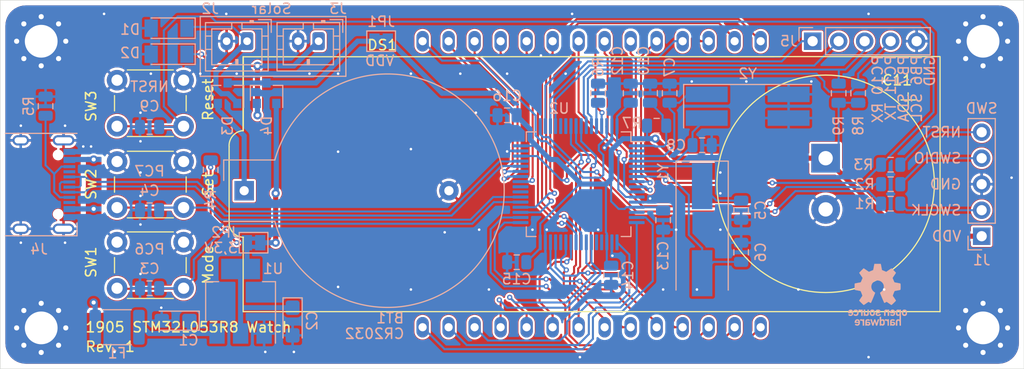
<source format=kicad_pcb>
(kicad_pcb (version 20171130) (host pcbnew 5.1.2-f72e74a~84~ubuntu18.04.1)
  (layers (0 F.Cu signal hide) (31 B.Cu signal hide) (34 B.Paste user) (35 F.Paste user) (36 B.SilkS user) (37 F.SilkS user) (38 B.Mask user) (39 F.Mask user) (44 Edge.Cuts user))
  (net 0 "")
  (net 1 GND)
  (net 2 VDD)
  (net 3 /NRST)
  (net 4 /LCD_SEG7)
  (net 5 /LCD_SEG13)
  (net 6 /LCD_SEG14)
  (net 7 /LCD_SEG12)
  (net 8 /LCD_SEG15)
  (net 9 /LCD_SEG11)
  (net 10 /LCD_SEG16)
  (net 11 /LCD_SEG10)
  (net 12 /LCD_SEG17)
  (net 13 /LCD_SEG9)
  (net 14 /LCD_SEG18)
  (net 15 /LCD_SEG8)
  (net 16 /LCD_SEG19)
  (net 17 /LCD_SEG20)
  (net 18 /LCD_SEG6)
  (net 19 /LCD_SEG21)
  (net 20 /LCD_SEG5)
  (net 21 /LCD_SEG22)
  (net 22 /LCD_SEG4)
  (net 23 /LCD_SEG23)
  (net 24 /LCD_SEG3)
  (net 25 /LCD_COM0)
  (net 26 /LCD_SEG2)
  (net 27 /LCD_COM1)
  (net 28 /LCD_SEG1)
  (net 29 /LCD_COM2)
  (net 30 /LCD_SEG0)
  (net 31 /LCD_COM3)
  (net 32 /BOOT0)
  (net 33 /USB_D+)
  (net 34 /USB_D-)
  (net 35 "Net-(C5-Pad1)")
  (net 36 "Net-(C6-Pad1)")
  (net 37 "Net-(J1-Pad5)")
  (net 38 "Net-(J1-Pad4)")
  (net 39 "Net-(J1-Pad2)")
  (net 40 /SWCLK)
  (net 41 /SWDIO)
  (net 42 "Net-(C1-Pad1)")
  (net 43 "Net-(C3-Pad2)")
  (net 44 "Net-(C4-Pad2)")
  (net 45 "Net-(C7-Pad1)")
  (net 46 "Net-(C8-Pad1)")
  (net 47 "Net-(C10-Pad2)")
  (net 48 "Net-(D1-Pad1)")
  (net 49 "Net-(D2-Pad1)")
  (net 50 "Net-(U2-Pad54)")
  (net 51 "Net-(U2-Pad53)")
  (net 52 "Net-(U2-Pad40)")
  (net 53 "Net-(U2-Pad39)")
  (net 54 "Net-(U2-Pad28)")
  (net 55 "Net-(U2-Pad21)")
  (net 56 "Net-(U2-Pad20)")
  (net 57 "Net-(U2-Pad14)")
  (net 58 "Net-(U2-Pad2)")
  (net 59 +3V3)
  (net 60 "Net-(J4-PadA8)")
  (net 61 "Net-(J4-PadA5)")
  (net 62 "Net-(J4-PadB8)")
  (net 63 "Net-(F1-Pad2)")
  (net 64 "Net-(BT1-Pad1)")
  (net 65 /I2C1_SDA)
  (net 66 /I2C1_SCL)
  (net 67 /LPUART1_TX)
  (net 68 /LPUART1_RX)
  (net 69 "Net-(D3-Pad3)")
  (net 70 "Net-(D4-Pad1)")
  (module MountingHole:MountingHole_3.2mm_M3_Pad_Via (layer F.Cu) (at 190 115)
    (fp_text reference H4 hide)
    (fp_text value M3)
    (pad 1 thru_hole circle (at 1.697056 -1.697056) (size 0.8 0.8) (drill 0.5) (layers *.Cu *.Mask) (net 1 GND))
    (pad 1 thru_hole circle (at 0 -2.4) (size 0.8 0.8) (drill 0.5) (layers *.Cu *.Mask) (net 1 GND))
    (pad 1 thru_hole circle (at -1.697056 -1.697056) (size 0.8 0.8) (drill 0.5) (layers *.Cu *.Mask) (net 1 GND))
    (pad 1 thru_hole circle (at -2.4 0) (size 0.8 0.8) (drill 0.5) (layers *.Cu *.Mask) (net 1 GND))
    (pad 1 thru_hole circle (at -1.697056 1.697056) (size 0.8 0.8) (drill 0.5) (layers *.Cu *.Mask) (net 1 GND))
    (pad 1 thru_hole circle (at 0 2.4) (size 0.8 0.8) (drill 0.5) (layers *.Cu *.Mask) (net 1 GND))
    (pad 1 thru_hole circle (at 1.697056 1.697056) (size 0.8 0.8) (drill 0.5) (layers *.Cu *.Mask) (net 1 GND))
    (pad 1 thru_hole circle (at 2.4 0) (size 0.8 0.8) (drill 0.5) (layers *.Cu *.Mask) (net 1 GND))
    (pad 1 thru_hole circle (at 0 0) (size 6.4 6.4) (drill 3.2) (layers *.Cu *.Mask) (net 1 GND))
  )
  (module MountingHole:MountingHole_3.2mm_M3_Pad_Via (layer F.Cu) (at 190 87)
    (fp_text reference H3 hide)
    (fp_text value M3)
    (pad 1 thru_hole circle (at 1.697056 -1.697056) (size 0.8 0.8) (drill 0.5) (layers *.Cu *.Mask) (net 1 GND))
    (pad 1 thru_hole circle (at 0 -2.4) (size 0.8 0.8) (drill 0.5) (layers *.Cu *.Mask) (net 1 GND))
    (pad 1 thru_hole circle (at -1.697056 -1.697056) (size 0.8 0.8) (drill 0.5) (layers *.Cu *.Mask) (net 1 GND))
    (pad 1 thru_hole circle (at -2.4 0) (size 0.8 0.8) (drill 0.5) (layers *.Cu *.Mask) (net 1 GND))
    (pad 1 thru_hole circle (at -1.697056 1.697056) (size 0.8 0.8) (drill 0.5) (layers *.Cu *.Mask) (net 1 GND))
    (pad 1 thru_hole circle (at 0 2.4) (size 0.8 0.8) (drill 0.5) (layers *.Cu *.Mask) (net 1 GND))
    (pad 1 thru_hole circle (at 1.697056 1.697056) (size 0.8 0.8) (drill 0.5) (layers *.Cu *.Mask) (net 1 GND))
    (pad 1 thru_hole circle (at 2.4 0) (size 0.8 0.8) (drill 0.5) (layers *.Cu *.Mask) (net 1 GND))
    (pad 1 thru_hole circle (at 0 0) (size 6.4 6.4) (drill 3.2) (layers *.Cu *.Mask) (net 1 GND))
  )
  (module MountingHole:MountingHole_3.2mm_M3_Pad_Via (layer F.Cu) (at 98 115)
    (fp_text reference H2 hide)
    (fp_text value M3)
    (pad 1 thru_hole circle (at 1.697056 -1.697056) (size 0.8 0.8) (drill 0.5) (layers *.Cu *.Mask) (net 1 GND))
    (pad 1 thru_hole circle (at 0 -2.4) (size 0.8 0.8) (drill 0.5) (layers *.Cu *.Mask) (net 1 GND))
    (pad 1 thru_hole circle (at -1.697056 -1.697056) (size 0.8 0.8) (drill 0.5) (layers *.Cu *.Mask) (net 1 GND))
    (pad 1 thru_hole circle (at -2.4 0) (size 0.8 0.8) (drill 0.5) (layers *.Cu *.Mask) (net 1 GND))
    (pad 1 thru_hole circle (at -1.697056 1.697056) (size 0.8 0.8) (drill 0.5) (layers *.Cu *.Mask) (net 1 GND))
    (pad 1 thru_hole circle (at 0 2.4) (size 0.8 0.8) (drill 0.5) (layers *.Cu *.Mask) (net 1 GND))
    (pad 1 thru_hole circle (at 1.697056 1.697056) (size 0.8 0.8) (drill 0.5) (layers *.Cu *.Mask) (net 1 GND))
    (pad 1 thru_hole circle (at 2.4 0) (size 0.8 0.8) (drill 0.5) (layers *.Cu *.Mask) (net 1 GND))
    (pad 1 thru_hole circle (at 0 0) (size 6.4 6.4) (drill 3.2) (layers *.Cu *.Mask) (net 1 GND))
  )
  (module MountingHole:MountingHole_3.2mm_M3_Pad_Via (layer F.Cu) (at 98 87)
    (fp_text reference H1 hide)
    (fp_text value M3)
    (pad 1 thru_hole circle (at 1.697056 -1.697056) (size 0.8 0.8) (drill 0.5) (layers *.Cu *.Mask) (net 1 GND))
    (pad 1 thru_hole circle (at 0 -2.4) (size 0.8 0.8) (drill 0.5) (layers *.Cu *.Mask) (net 1 GND))
    (pad 1 thru_hole circle (at -1.697056 -1.697056) (size 0.8 0.8) (drill 0.5) (layers *.Cu *.Mask) (net 1 GND))
    (pad 1 thru_hole circle (at -2.4 0) (size 0.8 0.8) (drill 0.5) (layers *.Cu *.Mask) (net 1 GND))
    (pad 1 thru_hole circle (at -1.697056 1.697056) (size 0.8 0.8) (drill 0.5) (layers *.Cu *.Mask) (net 1 GND))
    (pad 1 thru_hole circle (at 0 2.4) (size 0.8 0.8) (drill 0.5) (layers *.Cu *.Mask) (net 1 GND))
    (pad 1 thru_hole circle (at 1.697056 1.697056) (size 0.8 0.8) (drill 0.5) (layers *.Cu *.Mask) (net 1 GND))
    (pad 1 thru_hole circle (at 2.4 0) (size 0.8 0.8) (drill 0.5) (layers *.Cu *.Mask) (net 1 GND))
    (pad 1 thru_hole circle (at 0 0) (size 6.4 6.4) (drill 3.2) (layers *.Cu *.Mask) (net 1 GND))
  )
  (module Symbol:OSHW-Logo_5.7x6mm_SilkScreen (layer B.Cu) (at 179.705 111.76 180)
    (fp_text reference REF** hide)
    (fp_text value OSHW-Logo_5.7x6mm_SilkScreen hide)
  )
  (module Resistor_SMD:R_0805_2012Metric (layer B.Cu) (at 158.115 95.25 180)
    (fp_text reference R7 (at 2.413 0.254) (layer B.SilkS) (effects (justify mirror)))
    (fp_text value 0)
    (pad 2 smd roundrect (at 0.9375 0 180) (size 0.975 1.4) (layers B.Cu B.Paste B.Mask) (net 2 VDD))
    (pad 1 smd roundrect (at -0.9375 0 180) (size 0.975 1.4) (layers B.Cu B.Paste B.Mask) (net 47 "Net-(C10-Pad2)"))
  )
  (module Diode_SMD:D_MiniMELF (layer B.Cu) (at 110.49 88.265 180)
    (fp_text reference D2 (at 3.81 0.127) (layer B.SilkS) (effects (justify mirror)))
    (fp_text value BZV55-C3V6)
    (pad 2 smd rect (at 1.75 0 180) (size 1.3 1.7) (layers B.Cu B.Paste B.Mask) (net 1 GND))
    (pad 1 smd rect (at -1.75 0 180) (size 1.3 1.7) (layers B.Cu B.Paste B.Mask) (net 49 "Net-(D2-Pad1)"))
  )
  (module Diode_SMD:D_MiniMELF (layer B.Cu) (at 110.49 85.725 180)
    (fp_text reference D1 (at 3.81 -0.127) (layer B.SilkS) (effects (justify mirror)))
    (fp_text value BZV55-C3V6)
    (pad 2 smd rect (at 1.75 0 180) (size 1.3 1.7) (layers B.Cu B.Paste B.Mask) (net 1 GND))
    (pad 1 smd rect (at -1.75 0 180) (size 1.3 1.7) (layers B.Cu B.Paste B.Mask) (net 48 "Net-(D1-Pad1)"))
  )
  (module Footprints:DE7936 (layer F.Cu) (at 135.255 114.935 90)
    (fp_text reference DS1 (at 27.559 -3.937 180) (layer F.SilkS))
    (fp_text value DE7936)
    (pad 14 thru_hole oval (at 0 33.02) (size 1.2 2) (drill 0.8) (layers *.Cu *.Mask) (net 5 /LCD_SEG13))
    (pad 15 thru_hole oval (at 27.94 33.02) (size 1.2 2) (drill 0.8) (layers *.Cu *.Mask) (net 6 /LCD_SEG14))
    (pad 13 thru_hole oval (at 0 30.48) (size 1.2 2) (drill 0.8) (layers *.Cu *.Mask) (net 7 /LCD_SEG12))
    (pad 16 thru_hole oval (at 27.94 30.48) (size 1.2 2) (drill 0.8) (layers *.Cu *.Mask) (net 8 /LCD_SEG15))
    (pad 12 thru_hole oval (at 0 27.94) (size 1.2 2) (drill 0.8) (layers *.Cu *.Mask) (net 9 /LCD_SEG11))
    (pad 17 thru_hole oval (at 27.94 27.94) (size 1.2 2) (drill 0.8) (layers *.Cu *.Mask) (net 10 /LCD_SEG16))
    (pad 11 thru_hole oval (at 0 25.4) (size 1.2 2) (drill 0.8) (layers *.Cu *.Mask) (net 11 /LCD_SEG10))
    (pad 18 thru_hole oval (at 27.94 25.4) (size 1.2 2) (drill 0.8) (layers *.Cu *.Mask) (net 12 /LCD_SEG17))
    (pad 10 thru_hole oval (at 0 22.86) (size 1.2 2) (drill 0.8) (layers *.Cu *.Mask) (net 13 /LCD_SEG9))
    (pad 19 thru_hole oval (at 27.94 22.86) (size 1.2 2) (drill 0.8) (layers *.Cu *.Mask) (net 14 /LCD_SEG18))
    (pad 9 thru_hole oval (at 0 20.32) (size 1.2 2) (drill 0.8) (layers *.Cu *.Mask) (net 15 /LCD_SEG8))
    (pad 20 thru_hole oval (at 27.94 20.32) (size 1.2 2) (drill 0.8) (layers *.Cu *.Mask) (net 16 /LCD_SEG19))
    (pad 8 thru_hole oval (at 0 17.78) (size 1.2 2) (drill 0.8) (layers *.Cu *.Mask) (net 4 /LCD_SEG7))
    (pad 21 thru_hole oval (at 27.94 17.78) (size 1.2 2) (drill 0.8) (layers *.Cu *.Mask) (net 17 /LCD_SEG20))
    (pad 7 thru_hole oval (at 0 15.24) (size 1.2 2) (drill 0.8) (layers *.Cu *.Mask) (net 18 /LCD_SEG6))
    (pad 22 thru_hole oval (at 27.94 15.24) (size 1.2 2) (drill 0.8) (layers *.Cu *.Mask) (net 19 /LCD_SEG21))
    (pad 6 thru_hole oval (at 0 12.7) (size 1.2 2) (drill 0.8) (layers *.Cu *.Mask) (net 20 /LCD_SEG5))
    (pad 23 thru_hole oval (at 27.94 12.7) (size 1.2 2) (drill 0.8) (layers *.Cu *.Mask) (net 21 /LCD_SEG22))
    (pad 5 thru_hole oval (at 0 10.16) (size 1.2 2) (drill 0.8) (layers *.Cu *.Mask) (net 22 /LCD_SEG4))
    (pad 24 thru_hole oval (at 27.94 10.16) (size 1.2 2) (drill 0.8) (layers *.Cu *.Mask) (net 23 /LCD_SEG23))
    (pad 4 thru_hole oval (at 0 7.62) (size 1.2 2) (drill 0.8) (layers *.Cu *.Mask) (net 24 /LCD_SEG3))
    (pad 25 thru_hole oval (at 27.94 7.62) (size 1.2 2) (drill 0.8) (layers *.Cu *.Mask) (net 25 /LCD_COM0))
    (pad 3 thru_hole oval (at 0 5.08) (size 1.2 2) (drill 0.8) (layers *.Cu *.Mask) (net 26 /LCD_SEG2))
    (pad 26 thru_hole oval (at 27.94 5.08) (size 1.2 2) (drill 0.8) (layers *.Cu *.Mask) (net 27 /LCD_COM1))
    (pad 2 thru_hole oval (at 0 2.54) (size 1.2 2) (drill 0.8) (layers *.Cu *.Mask) (net 28 /LCD_SEG1))
    (pad 27 thru_hole oval (at 27.94 2.54) (size 1.2 2) (drill 0.8) (layers *.Cu *.Mask) (net 29 /LCD_COM2))
    (pad 1 thru_hole oval (at 0 0) (size 1.2 2) (drill 0.8) (layers *.Cu *.Mask) (net 30 /LCD_SEG0))
    (pad 28 thru_hole oval (at 27.94 0) (size 1.2 2) (drill 0.8) (layers *.Cu *.Mask) (net 31 /LCD_COM3))
  )
  (module Resistor_SMD:R_0805_2012Metric (layer B.Cu) (at 175.895 92.075 90)
    (fp_text reference R9 (at -3.175 0 90) (layer B.SilkS) (effects (justify mirror)))
    (fp_text value 4,7k)
    (pad 2 smd roundrect (at 0.9375 0 90) (size 0.975 1.4) (layers B.Cu B.Paste B.Mask) (net 66 /I2C1_SCL))
    (pad 1 smd roundrect (at -0.9375 0 90) (size 0.975 1.4) (layers B.Cu B.Paste B.Mask) (net 2 VDD))
  )
  (module Resistor_SMD:R_0805_2012Metric (layer B.Cu) (at 177.8 92.075 90)
    (fp_text reference R8 (at -3.175 0 90) (layer B.SilkS) (effects (justify mirror)))
    (fp_text value 4,7k)
    (pad 2 smd roundrect (at 0.9375 0 90) (size 0.975 1.4) (layers B.Cu B.Paste B.Mask) (net 65 /I2C1_SDA))
    (pad 1 smd roundrect (at -0.9375 0 90) (size 0.975 1.4) (layers B.Cu B.Paste B.Mask) (net 2 VDD))
  )
  (module Resistor_SMD:R_0805_2012Metric (layer B.Cu) (at 114.554 99.568 270)
    (fp_text reference R4 (at 2.8725 0 90) (layer B.SilkS) (effects (justify mirror)))
    (fp_text value 1,4k)
    (pad 2 smd roundrect (at 0.9375 0 270) (size 0.975 1.4) (layers B.Cu B.Paste B.Mask) (net 33 /USB_D+))
    (pad 1 smd roundrect (at -0.9375 0 270) (size 0.975 1.4) (layers B.Cu B.Paste B.Mask) (net 59 +3V3))
  )
  (module Connector_PinHeader_2.54mm:PinHeader_1x05_P2.54mm_Vertical (layer B.Cu) (at 173.355 86.995 270)
    (fp_text reference J5 (at 0 2.33) (layer B.SilkS) (effects (justify mirror)))
    (fp_text value Conn_01x05_Male hide)
    (pad 5 thru_hole oval (at 0 -10.16 270) (size 1.7 1.7) (drill 1) (layers *.Cu *.Mask) (net 1 GND))
    (pad 4 thru_hole oval (at 0 -7.62 270) (size 1.7 1.7) (drill 1) (layers *.Cu *.Mask) (net 65 /I2C1_SDA))
    (pad 3 thru_hole oval (at 0 -5.08 270) (size 1.7 1.7) (drill 1) (layers *.Cu *.Mask) (net 66 /I2C1_SCL))
    (pad 2 thru_hole oval (at 0 -2.54 270) (size 1.7 1.7) (drill 1) (layers *.Cu *.Mask) (net 67 /LPUART1_TX))
    (pad 1 thru_hole rect (at 0 0 270) (size 1.7 1.7) (drill 1) (layers *.Cu *.Mask) (net 68 /LPUART1_RX))
  )
  (module Footprints:BatteryHolder_1x2032 (layer B.Cu) (at 131.826 101.6)
    (fp_text reference BT1 (at 0.254 12.446) (layer B.SilkS) (effects (justify mirror)))
    (fp_text value CR2032)
    (pad 1 thru_hole rect (at -14 0) (size 1.9 1.9) (drill 0.9) (layers *.Cu *.Mask) (net 64 "Net-(BT1-Pad1)"))
    (pad 2 thru_hole circle (at 6 0) (size 1.9 1.9) (drill 0.9) (layers *.Cu *.Mask) (net 1 GND))
  )
  (module Footprints:CP_Radial_D21.0mm_P5.00mm (layer F.Cu) (at 174.625 98.425 270)
    (fp_text reference C11 (at -7.62 -6.985 180) (layer F.SilkS))
    (fp_text value 1F)
    (pad 1 thru_hole rect (at 0 0 270) (size 2.8 2.8) (drill 1.4) (layers *.Cu *.Mask) (net 2 VDD))
    (pad 2 thru_hole circle (at 5 0 270) (size 2.8 2.8) (drill 1.4) (layers *.Cu *.Mask) (net 1 GND))
  )
  (module Fuse:Fuse_1812_4532Metric (layer B.Cu) (at 105.41 114.935 180)
    (fp_text reference F1 (at 0 -2.54) (layer B.SilkS) (effects (justify mirror)))
    (fp_text value 0,5A)
    (pad 2 smd roundrect (at 2.1375 0 180) (size 1.125 3.4) (layers B.Cu B.Paste B.Mask) (roundrect_rratio 0.222222) (net 63 "Net-(F1-Pad2)"))
    (pad 1 smd roundrect (at -2.1375 0 180) (size 1.125 3.4) (layers B.Cu B.Paste B.Mask) (roundrect_rratio 0.222222) (net 42 "Net-(C1-Pad1)"))
  )
  (module Jumper:SolderJumper-2_P1.3mm_Bridged2Bar_Pad1.0x1.5mm (layer B.Cu) (at 118.745 106.68 180)
    (fp_text reference JP2 (at 2.794 1.016) (layer B.SilkS) (effects (justify mirror)))
    (fp_text value 3,3V)
    (fp_poly (pts (xy -0.25 0.6) (xy 0.25 0.6) (xy 0.25 0.2) (xy -0.25 0.2)) (layer B.Cu) (width 0))
    (fp_poly (pts (xy -0.25 -0.2) (xy 0.25 -0.2) (xy 0.25 -0.6) (xy -0.25 -0.6)) (layer B.Cu) (width 0))
    (pad 2 smd rect (at 0.65 0 180) (size 1 1.5) (layers B.Cu B.Mask) (net 59 +3V3))
    (pad 1 smd rect (at -0.65 0 180) (size 1 1.5) (layers B.Cu B.Mask) (net 70 "Net-(D4-Pad1)"))
  )
  (module Jumper:SolderJumper-2_P1.3mm_Bridged2Bar_Pad1.0x1.5mm (layer B.Cu) (at 131.206 86.995)
    (fp_text reference JP1 (at 0 -1.905) (layer B.SilkS) (effects (justify mirror)))
    (fp_text value VDD)
    (fp_poly (pts (xy -0.25 0.6) (xy 0.25 0.6) (xy 0.25 0.2) (xy -0.25 0.2)) (layer B.Cu) (width 0))
    (fp_poly (pts (xy -0.25 -0.2) (xy 0.25 -0.2) (xy 0.25 -0.6) (xy -0.25 -0.6)) (layer B.Cu) (width 0))
    (pad 2 smd rect (at 0.65 0) (size 1 1.5) (layers B.Cu B.Mask) (net 2 VDD))
    (pad 1 smd rect (at -0.65 0) (size 1 1.5) (layers B.Cu B.Mask) (net 69 "Net-(D3-Pad3)"))
  )
  (module Connector_JST:JST_PH_B2B-PH-K_1x02_P2.00mm_Vertical (layer B.Cu) (at 125.095 86.995 180)
    (fp_text reference J3 (at -1.905 3.175) (layer B.SilkS) (effects (justify mirror)))
    (fp_text value Solar2)
    (pad 2 thru_hole oval (at 2 0 180) (size 1.2 1.75) (drill 0.75) (layers *.Cu *.Mask) (net 1 GND))
    (pad 1 thru_hole roundrect (at 0 0 180) (size 1.2 1.75) (drill 0.75) (layers *.Cu *.Mask) (roundrect_rratio 0.208333) (net 49 "Net-(D2-Pad1)"))
  )
  (module Connector_JST:JST_PH_B2B-PH-K_1x02_P2.00mm_Vertical (layer B.Cu) (at 118.11 86.995 180)
    (fp_text reference J2 (at 3.61 3.175) (layer B.SilkS) (effects (justify mirror)))
    (fp_text value Solar1)
    (pad 2 thru_hole oval (at 2 0 180) (size 1.2 1.75) (drill 0.75) (layers *.Cu *.Mask) (net 1 GND))
    (pad 1 thru_hole roundrect (at 0 0 180) (size 1.2 1.75) (drill 0.75) (layers *.Cu *.Mask) (roundrect_rratio 0.208333) (net 48 "Net-(D1-Pad1)"))
  )
  (module Package_TO_SOT_SMD:SOT-223-3_TabPin2 (layer B.Cu) (at 117.475 112.395 90)
    (fp_text reference U1 (at 3.175 3.175) (layer B.SilkS) (effects (justify mirror)))
    (fp_text value AMS1117-3.3)
    (pad 1 smd rect (at -3.15 2.3 90) (size 2 1.5) (layers B.Cu B.Paste B.Mask) (net 1 GND))
    (pad 3 smd rect (at -3.15 -2.3 90) (size 2 1.5) (layers B.Cu B.Paste B.Mask) (net 42 "Net-(C1-Pad1)"))
    (pad 2 smd rect (at -3.15 0 90) (size 2 1.5) (layers B.Cu B.Paste B.Mask) (net 59 +3V3))
    (pad 2 smd rect (at 3.15 0 90) (size 2 3.8) (layers B.Cu B.Paste B.Mask) (net 59 +3V3))
  )
  (module Package_TO_SOT_SMD:SOT-23 (layer B.Cu) (at 120.015 92.075 90)
    (fp_text reference D4 (at -3.175 0 90) (layer B.SilkS) (effects (justify mirror)))
    (fp_text value BAT54C)
    (pad 3 smd rect (at 1 0 90) (size 0.9 0.8) (layers B.Cu B.Paste B.Mask) (net 69 "Net-(D3-Pad3)"))
    (pad 2 smd rect (at -1 -0.95 90) (size 0.9 0.8) (layers B.Cu B.Paste B.Mask) (net 49 "Net-(D2-Pad1)"))
    (pad 1 smd rect (at -1 0.95 90) (size 0.9 0.8) (layers B.Cu B.Paste B.Mask) (net 70 "Net-(D4-Pad1)"))
  )
  (module Package_TO_SOT_SMD:SOT-23 (layer B.Cu) (at 116.205 92.075 90)
    (fp_text reference D3 (at -3.175 0 90) (layer B.SilkS) (effects (justify mirror)))
    (fp_text value BAT54C)
    (pad 3 smd rect (at 1 0 90) (size 0.9 0.8) (layers B.Cu B.Paste B.Mask) (net 69 "Net-(D3-Pad3)"))
    (pad 2 smd rect (at -1 -0.95 90) (size 0.9 0.8) (layers B.Cu B.Paste B.Mask) (net 64 "Net-(BT1-Pad1)"))
    (pad 1 smd rect (at -1 0.95 90) (size 0.9 0.8) (layers B.Cu B.Paste B.Mask) (net 48 "Net-(D1-Pad1)"))
  )
  (module Capacitor_Tantalum_SMD:CP_EIA-3216-18_Kemet-A (layer B.Cu) (at 122.555 114.38 270)
    (fp_text reference C2 (at -0.08 -1.905 90) (layer B.SilkS) (effects (justify mirror)))
    (fp_text value 10uF)
    (pad 2 smd roundrect (at 1.35 0 270) (size 1.4 1.35) (layers B.Cu B.Paste B.Mask) (roundrect_rratio 0.185185) (net 1 GND))
    (pad 1 smd roundrect (at -1.35 0 270) (size 1.4 1.35) (layers B.Cu B.Paste B.Mask) (roundrect_rratio 0.185185) (net 59 +3V3))
  )
  (module Capacitor_Tantalum_SMD:CP_EIA-3216-18_Kemet-A (layer B.Cu) (at 111.125 114.3 180)
    (fp_text reference C1 (at -1.27 -1.905) (layer B.SilkS) (effects (justify mirror)))
    (fp_text value 10uF)
    (pad 2 smd roundrect (at 1.35 0 180) (size 1.4 1.35) (layers B.Cu B.Paste B.Mask) (roundrect_rratio 0.185185) (net 1 GND))
    (pad 1 smd roundrect (at -1.35 0 180) (size 1.4 1.35) (layers B.Cu B.Paste B.Mask) (roundrect_rratio 0.185185) (net 42 "Net-(C1-Pad1)"))
  )
  (module Resistor_SMD:R_0805_2012Metric (layer B.Cu) (at 180.975 99.06)
    (fp_text reference R3 (at -2.667 0) (layer B.SilkS) (effects (justify mirror)))
    (fp_text value 22)
    (pad 2 smd roundrect (at 0.9375 0) (size 0.975 1.4) (layers B.Cu B.Paste B.Mask) (net 37 "Net-(J1-Pad5)"))
    (pad 1 smd roundrect (at -0.9375 0) (size 0.975 1.4) (layers B.Cu B.Paste B.Mask) (net 3 /NRST))
  )
  (module Resistor_SMD:R_0805_2012Metric (layer B.Cu) (at 180.975 100.965)
    (fp_text reference R2 (at -2.54 0) (layer B.SilkS) (effects (justify mirror)))
    (fp_text value 22)
    (pad 2 smd roundrect (at 0.9375 0) (size 0.975 1.4) (layers B.Cu B.Paste B.Mask) (net 38 "Net-(J1-Pad4)"))
    (pad 1 smd roundrect (at -0.9375 0) (size 0.975 1.4) (layers B.Cu B.Paste B.Mask) (net 41 /SWDIO))
  )
  (module Resistor_SMD:R_0805_2012Metric (layer B.Cu) (at 180.975 102.87)
    (fp_text reference R1 (at -2.54 0) (layer B.SilkS) (effects (justify mirror)))
    (fp_text value 22)
    (pad 2 smd roundrect (at 0.9375 0) (size 0.975 1.4) (layers B.Cu B.Paste B.Mask) (net 39 "Net-(J1-Pad2)"))
    (pad 1 smd roundrect (at -0.9375 0) (size 0.975 1.4) (layers B.Cu B.Paste B.Mask) (net 40 /SWCLK))
  )
  (module Connector_PinHeader_2.54mm:PinHeader_1x05_P2.54mm_Vertical (layer B.Cu) (at 189.865 106.045)
    (fp_text reference J1 (at 0 2.33) (layer B.SilkS) (effects (justify mirror)))
    (fp_text value SWD (at 0 -12.49) (layer B.SilkS) (effects (justify mirror)))
    (pad 5 thru_hole oval (at 0 -10.16) (size 1.7 1.7) (drill 1) (layers *.Cu *.Mask) (net 37 "Net-(J1-Pad5)"))
    (pad 4 thru_hole oval (at 0 -7.62) (size 1.7 1.7) (drill 1) (layers *.Cu *.Mask) (net 38 "Net-(J1-Pad4)"))
    (pad 3 thru_hole oval (at 0 -5.08) (size 1.7 1.7) (drill 1) (layers *.Cu *.Mask) (net 1 GND))
    (pad 2 thru_hole oval (at 0 -2.54) (size 1.7 1.7) (drill 1) (layers *.Cu *.Mask) (net 39 "Net-(J1-Pad2)"))
    (pad 1 thru_hole rect (at 0 0) (size 1.7 1.7) (drill 1) (layers *.Cu *.Mask) (net 2 VDD))
  )
  (module Button_Switch_THT:SW_PUSH_6mm_H9.5mm (layer F.Cu) (at 105.41 98.75)
    (fp_text reference SW2 (at -2.54 2.215 90) (layer F.SilkS))
    (fp_text value Set (at 8.89 2.215 90) (layer F.SilkS))
    (pad 1 thru_hole circle (at 6.5 0 90) (size 2 2) (drill 1.1) (layers *.Cu *.Mask) (net 1 GND))
    (pad 2 thru_hole circle (at 6.5 4.5 90) (size 2 2) (drill 1.1) (layers *.Cu *.Mask) (net 44 "Net-(C4-Pad2)"))
    (pad 1 thru_hole circle (at 0 0 90) (size 2 2) (drill 1.1) (layers *.Cu *.Mask) (net 1 GND))
    (pad 2 thru_hole circle (at 0 4.5 90) (size 2 2) (drill 1.1) (layers *.Cu *.Mask) (net 44 "Net-(C4-Pad2)"))
  )
  (module Button_Switch_THT:SW_PUSH_6mm_H9.5mm (layer F.Cu) (at 105.41 106.625)
    (fp_text reference SW1 (at -2.54 1.96 90) (layer F.SilkS))
    (fp_text value Mode (at 8.89 2.215 90) (layer F.SilkS))
    (pad 1 thru_hole circle (at 6.5 0 90) (size 2 2) (drill 1.1) (layers *.Cu *.Mask) (net 1 GND))
    (pad 2 thru_hole circle (at 6.5 4.5 90) (size 2 2) (drill 1.1) (layers *.Cu *.Mask) (net 43 "Net-(C3-Pad2)"))
    (pad 1 thru_hole circle (at 0 0 90) (size 2 2) (drill 1.1) (layers *.Cu *.Mask) (net 1 GND))
    (pad 2 thru_hole circle (at 0 4.5 90) (size 2 2) (drill 1.1) (layers *.Cu *.Mask) (net 43 "Net-(C3-Pad2)"))
  )
  (module Capacitor_SMD:C_0805_2012Metric (layer B.Cu) (at 108.585 103.505)
    (fp_text reference C4 (at 0 -1.905) (layer B.SilkS) (effects (justify mirror)))
    (fp_text value 0,1uF)
    (pad 2 smd roundrect (at 0.9375 0) (size 0.975 1.4) (layers B.Cu B.Paste B.Mask) (net 44 "Net-(C4-Pad2)"))
    (pad 1 smd roundrect (at -0.9375 0) (size 0.975 1.4) (layers B.Cu B.Paste B.Mask) (net 1 GND))
  )
  (module Capacitor_SMD:C_0805_2012Metric (layer B.Cu) (at 108.585 111.125)
    (fp_text reference C3 (at 0 -1.905) (layer B.SilkS) (effects (justify mirror)))
    (fp_text value 0,1uF)
    (pad 2 smd roundrect (at 0.9375 0) (size 0.975 1.4) (layers B.Cu B.Paste B.Mask) (net 43 "Net-(C3-Pad2)"))
    (pad 1 smd roundrect (at -0.9375 0) (size 0.975 1.4) (layers B.Cu B.Paste B.Mask) (net 1 GND))
  )
  (module Button_Switch_THT:SW_PUSH_6mm (layer F.Cu) (at 105.41 90.805)
    (fp_text reference SW3 (at -2.54 2.54 270) (layer F.SilkS))
    (fp_text value Reset (at 8.89 1.905 90) (layer F.SilkS))
    (pad 1 thru_hole circle (at 6.5 0 90) (size 2 2) (drill 1.1) (layers *.Cu *.Mask) (net 1 GND))
    (pad 2 thru_hole circle (at 6.5 4.5 90) (size 2 2) (drill 1.1) (layers *.Cu *.Mask) (net 3 /NRST))
    (pad 1 thru_hole circle (at 0 0 90) (size 2 2) (drill 1.1) (layers *.Cu *.Mask) (net 1 GND))
    (pad 2 thru_hole circle (at 0 4.5 90) (size 2 2) (drill 1.1) (layers *.Cu *.Mask) (net 3 /NRST))
  )
  (module Capacitor_SMD:C_0805_2012Metric (layer B.Cu) (at 143.51 94.234)
    (fp_text reference C16 (at 0 -1.905) (layer B.SilkS) (effects (justify mirror)))
    (fp_text value 0,1uF)
    (pad 2 smd roundrect (at 0.9375 0) (size 0.975 1.4) (layers B.Cu B.Paste B.Mask) (net 2 VDD))
    (pad 1 smd roundrect (at -0.9375 0) (size 0.975 1.4) (layers B.Cu B.Paste B.Mask) (net 1 GND))
  )
  (module Capacitor_SMD:C_0805_2012Metric (layer B.Cu) (at 144.4475 108.585)
    (fp_text reference C15 (at 0 1.65) (layer B.SilkS) (effects (justify mirror)))
    (fp_text value 0,1uF)
    (pad 2 smd roundrect (at 0.9375 0) (size 0.975 1.4) (layers B.Cu B.Paste B.Mask) (net 2 VDD))
    (pad 1 smd roundrect (at -0.9375 0) (size 0.975 1.4) (layers B.Cu B.Paste B.Mask) (net 1 GND))
  )
  (module Capacitor_SMD:C_0805_2012Metric (layer B.Cu) (at 157.48 92.075 270)
    (fp_text reference C10 (at -3.175 0.635 90) (layer B.SilkS) (effects (justify mirror)))
    (fp_text value 1uF)
    (pad 2 smd roundrect (at 0.9375 0 270) (size 0.975 1.4) (layers B.Cu B.Paste B.Mask) (net 47 "Net-(C10-Pad2)"))
    (pad 1 smd roundrect (at -0.9375 0 270) (size 0.975 1.4) (layers B.Cu B.Paste B.Mask) (net 1 GND))
  )
  (module Crystal:Crystal_SMD_SeikoEpson_MC406-4Pin_9.6x4.1mm (layer B.Cu) (at 167.005 93.345)
    (fp_text reference Y2 (at 0 -3.175) (layer B.SilkS) (effects (justify mirror)))
    (fp_text value 32768)
    (pad 4 smd rect (at -4 1.16) (size 4.1 1.52) (layers B.Cu B.Paste B.Mask) (net 46 "Net-(C8-Pad1)"))
    (pad 3 smd rect (at 4 1.16) (size 4.1 1.52) (layers B.Cu B.Paste B.Mask) (net 1 GND))
    (pad 2 smd rect (at 4 -1.16) (size 4.1 1.52) (layers B.Cu B.Paste B.Mask) (net 1 GND))
    (pad 1 smd rect (at -4 -1.16) (size 4.1 1.52) (layers B.Cu B.Paste B.Mask) (net 45 "Net-(C7-Pad1)"))
  )
  (module Crystal:Crystal_SMD_HC49-SD (layer B.Cu) (at 162.56 105.41 270)
    (fp_text reference Y1 (at -5.588 3.81 90) (layer B.SilkS) (effects (justify mirror)))
    (fp_text value 8MHz)
    (pad 2 smd rect (at 4.25 0 270) (size 4.5 2) (layers B.Cu B.Paste B.Mask) (net 36 "Net-(C6-Pad1)"))
    (pad 1 smd rect (at -4.25 0 270) (size 4.5 2) (layers B.Cu B.Paste B.Mask) (net 35 "Net-(C5-Pad1)"))
  )
  (module Package_QFP:LQFP-64_10x10mm_P0.5mm (layer B.Cu) (at 150.495 100.965 180)
    (fp_text reference U2 (at 1.905 7.4 180) (layer B.SilkS) (effects (justify mirror)))
    (fp_text value STM32L053R8Tx)
    (pad 64 smd roundrect (at -3.75 5.675 180) (size 0.3 1.55) (layers B.Cu B.Paste B.Mask) (net 2 VDD))
    (pad 63 smd roundrect (at -3.25 5.675 180) (size 0.3 1.55) (layers B.Cu B.Paste B.Mask) (net 1 GND))
    (pad 62 smd roundrect (at -2.75 5.675 180) (size 0.3 1.55) (layers B.Cu B.Paste B.Mask) (net 31 /LCD_COM3))
    (pad 61 smd roundrect (at -2.25 5.675 180) (size 0.3 1.55) (layers B.Cu B.Paste B.Mask) (net 10 /LCD_SEG16))
    (pad 60 smd roundrect (at -1.75 5.675 180) (size 0.3 1.55) (layers B.Cu B.Paste B.Mask) (net 32 /BOOT0))
    (pad 59 smd roundrect (at -1.25 5.675 180) (size 0.3 1.55) (layers B.Cu B.Paste B.Mask) (net 65 /I2C1_SDA))
    (pad 58 smd roundrect (at -0.75 5.675 180) (size 0.3 1.55) (layers B.Cu B.Paste B.Mask) (net 66 /I2C1_SCL))
    (pad 57 smd roundrect (at -0.25 5.675 180) (size 0.3 1.55) (layers B.Cu B.Paste B.Mask) (net 13 /LCD_SEG9))
    (pad 56 smd roundrect (at 0.25 5.675 180) (size 0.3 1.55) (layers B.Cu B.Paste B.Mask) (net 15 /LCD_SEG8))
    (pad 55 smd roundrect (at 0.75 5.675 180) (size 0.3 1.55) (layers B.Cu B.Paste B.Mask) (net 4 /LCD_SEG7))
    (pad 54 smd roundrect (at 1.25 5.675 180) (size 0.3 1.55) (layers B.Cu B.Paste B.Mask) (net 50 "Net-(U2-Pad54)"))
    (pad 53 smd roundrect (at 1.75 5.675 180) (size 0.3 1.55) (layers B.Cu B.Paste B.Mask) (net 51 "Net-(U2-Pad53)"))
    (pad 52 smd roundrect (at 2.25 5.675 180) (size 0.3 1.55) (layers B.Cu B.Paste B.Mask) (net 67 /LPUART1_TX))
    (pad 51 smd roundrect (at 2.75 5.675 180) (size 0.3 1.55) (layers B.Cu B.Paste B.Mask) (net 68 /LPUART1_RX))
    (pad 50 smd roundrect (at 3.25 5.675 180) (size 0.3 1.55) (layers B.Cu B.Paste B.Mask) (net 12 /LCD_SEG17))
    (pad 49 smd roundrect (at 3.75 5.675 180) (size 0.3 1.55) (layers B.Cu B.Paste B.Mask) (net 40 /SWCLK))
    (pad 48 smd roundrect (at 5.675 3.75 180) (size 1.55 0.3) (layers B.Cu B.Paste B.Mask) (net 2 VDD))
    (pad 47 smd roundrect (at 5.675 3.25 180) (size 1.55 0.3) (layers B.Cu B.Paste B.Mask) (net 1 GND))
    (pad 46 smd roundrect (at 5.675 2.75 180) (size 1.55 0.3) (layers B.Cu B.Paste B.Mask) (net 41 /SWDIO))
    (pad 45 smd roundrect (at 5.675 2.25 180) (size 1.55 0.3) (layers B.Cu B.Paste B.Mask) (net 33 /USB_D+))
    (pad 44 smd roundrect (at 5.675 1.75 180) (size 1.55 0.3) (layers B.Cu B.Paste B.Mask) (net 34 /USB_D-))
    (pad 43 smd roundrect (at 5.675 1.25 180) (size 1.55 0.3) (layers B.Cu B.Paste B.Mask) (net 29 /LCD_COM2))
    (pad 42 smd roundrect (at 5.675 0.75 180) (size 1.55 0.3) (layers B.Cu B.Paste B.Mask) (net 27 /LCD_COM1))
    (pad 41 smd roundrect (at 5.675 0.25 180) (size 1.55 0.3) (layers B.Cu B.Paste B.Mask) (net 25 /LCD_COM0))
    (pad 40 smd roundrect (at 5.675 -0.25 180) (size 1.55 0.3) (layers B.Cu B.Paste B.Mask) (net 52 "Net-(U2-Pad40)"))
    (pad 39 smd roundrect (at 5.675 -0.75 180) (size 1.55 0.3) (layers B.Cu B.Paste B.Mask) (net 53 "Net-(U2-Pad39)"))
    (pad 38 smd roundrect (at 5.675 -1.25 180) (size 1.55 0.3) (layers B.Cu B.Paste B.Mask) (net 44 "Net-(C4-Pad2)"))
    (pad 37 smd roundrect (at 5.675 -1.75 180) (size 1.55 0.3) (layers B.Cu B.Paste B.Mask) (net 43 "Net-(C3-Pad2)"))
    (pad 36 smd roundrect (at 5.675 -2.25 180) (size 1.55 0.3) (layers B.Cu B.Paste B.Mask) (net 8 /LCD_SEG15))
    (pad 35 smd roundrect (at 5.675 -2.75 180) (size 1.55 0.3) (layers B.Cu B.Paste B.Mask) (net 6 /LCD_SEG14))
    (pad 34 smd roundrect (at 5.675 -3.25 180) (size 1.55 0.3) (layers B.Cu B.Paste B.Mask) (net 5 /LCD_SEG13))
    (pad 33 smd roundrect (at 5.675 -3.75 180) (size 1.55 0.3) (layers B.Cu B.Paste B.Mask) (net 7 /LCD_SEG12))
    (pad 32 smd roundrect (at 3.75 -5.675 180) (size 0.3 1.55) (layers B.Cu B.Paste B.Mask) (net 2 VDD))
    (pad 31 smd roundrect (at 3.25 -5.675 180) (size 0.3 1.55) (layers B.Cu B.Paste B.Mask) (net 1 GND))
    (pad 30 smd roundrect (at 2.75 -5.675 180) (size 0.3 1.55) (layers B.Cu B.Paste B.Mask) (net 9 /LCD_SEG11))
    (pad 29 smd roundrect (at 2.25 -5.675 180) (size 0.3 1.55) (layers B.Cu B.Paste B.Mask) (net 11 /LCD_SEG10))
    (pad 28 smd roundrect (at 1.75 -5.675 180) (size 0.3 1.55) (layers B.Cu B.Paste B.Mask) (net 54 "Net-(U2-Pad28)"))
    (pad 27 smd roundrect (at 1.25 -5.675 180) (size 0.3 1.55) (layers B.Cu B.Paste B.Mask) (net 18 /LCD_SEG6))
    (pad 26 smd roundrect (at 0.75 -5.675 180) (size 0.3 1.55) (layers B.Cu B.Paste B.Mask) (net 20 /LCD_SEG5))
    (pad 25 smd roundrect (at 0.25 -5.675 180) (size 0.3 1.55) (layers B.Cu B.Paste B.Mask) (net 23 /LCD_SEG23))
    (pad 24 smd roundrect (at -0.25 -5.675 180) (size 0.3 1.55) (layers B.Cu B.Paste B.Mask) (net 21 /LCD_SEG22))
    (pad 23 smd roundrect (at -0.75 -5.675 180) (size 0.3 1.55) (layers B.Cu B.Paste B.Mask) (net 22 /LCD_SEG4))
    (pad 22 smd roundrect (at -1.25 -5.675 180) (size 0.3 1.55) (layers B.Cu B.Paste B.Mask) (net 24 /LCD_SEG3))
    (pad 21 smd roundrect (at -1.75 -5.675 180) (size 0.3 1.55) (layers B.Cu B.Paste B.Mask) (net 55 "Net-(U2-Pad21)"))
    (pad 20 smd roundrect (at -2.25 -5.675 180) (size 0.3 1.55) (layers B.Cu B.Paste B.Mask) (net 56 "Net-(U2-Pad20)"))
    (pad 19 smd roundrect (at -2.75 -5.675 180) (size 0.3 1.55) (layers B.Cu B.Paste B.Mask) (net 2 VDD))
    (pad 18 smd roundrect (at -3.25 -5.675 180) (size 0.3 1.55) (layers B.Cu B.Paste B.Mask) (net 1 GND))
    (pad 17 smd roundrect (at -3.75 -5.675 180) (size 0.3 1.55) (layers B.Cu B.Paste B.Mask) (net 26 /LCD_SEG2))
    (pad 16 smd roundrect (at -5.675 -3.75 180) (size 1.55 0.3) (layers B.Cu B.Paste B.Mask) (net 28 /LCD_SEG1))
    (pad 15 smd roundrect (at -5.675 -3.25 180) (size 1.55 0.3) (layers B.Cu B.Paste B.Mask) (net 30 /LCD_SEG0))
    (pad 14 smd roundrect (at -5.675 -2.75 180) (size 1.55 0.3) (layers B.Cu B.Paste B.Mask) (net 57 "Net-(U2-Pad14)"))
    (pad 13 smd roundrect (at -5.675 -2.25 180) (size 1.55 0.3) (layers B.Cu B.Paste B.Mask) (net 2 VDD))
    (pad 12 smd roundrect (at -5.675 -1.75 180) (size 1.55 0.3) (layers B.Cu B.Paste B.Mask) (net 1 GND))
    (pad 11 smd roundrect (at -5.675 -1.25 180) (size 1.55 0.3) (layers B.Cu B.Paste B.Mask) (net 19 /LCD_SEG21))
    (pad 10 smd roundrect (at -5.675 -0.75 180) (size 1.55 0.3) (layers B.Cu B.Paste B.Mask) (net 17 /LCD_SEG20))
    (pad 9 smd roundrect (at -5.675 -0.25 180) (size 1.55 0.3) (layers B.Cu B.Paste B.Mask) (net 16 /LCD_SEG19))
    (pad 8 smd roundrect (at -5.675 0.25 180) (size 1.55 0.3) (layers B.Cu B.Paste B.Mask) (net 14 /LCD_SEG18))
    (pad 7 smd roundrect (at -5.675 0.75 180) (size 1.55 0.3) (layers B.Cu B.Paste B.Mask) (net 3 /NRST))
    (pad 6 smd roundrect (at -5.675 1.25 180) (size 1.55 0.3) (layers B.Cu B.Paste B.Mask) (net 36 "Net-(C6-Pad1)"))
    (pad 5 smd roundrect (at -5.675 1.75 180) (size 1.55 0.3) (layers B.Cu B.Paste B.Mask) (net 35 "Net-(C5-Pad1)"))
    (pad 4 smd roundrect (at -5.675 2.25 180) (size 1.55 0.3) (layers B.Cu B.Paste B.Mask) (net 46 "Net-(C8-Pad1)"))
    (pad 3 smd roundrect (at -5.675 2.75 180) (size 1.55 0.3) (layers B.Cu B.Paste B.Mask) (net 45 "Net-(C7-Pad1)"))
    (pad 2 smd roundrect (at -5.675 3.25 180) (size 1.55 0.3) (layers B.Cu B.Paste B.Mask) (net 58 "Net-(U2-Pad2)"))
    (pad 1 smd roundrect (at -5.675 3.75 180) (size 1.55 0.3) (layers B.Cu B.Paste B.Mask) (net 47 "Net-(C10-Pad2)"))
  )
  (module Resistor_SMD:R_0805_2012Metric (layer B.Cu) (at 152.4 92.075 90)
    (fp_text reference R6 (at 2.54 0 90) (layer B.SilkS) (effects (justify mirror)))
    (fp_text value 10k)
    (pad 2 smd roundrect (at 0.9375 0 90) (size 0.975 1.4) (layers B.Cu B.Paste B.Mask) (net 1 GND))
    (pad 1 smd roundrect (at -0.9375 0 90) (size 0.975 1.4) (layers B.Cu B.Paste B.Mask) (net 32 /BOOT0))
  )
  (module Resistor_SMD:R_0805_2012Metric (layer B.Cu) (at 98.425 93.345 270)
    (fp_text reference R5 (at 0 1.65 270) (layer B.SilkS) (effects (justify mirror)))
    (fp_text value 5.1k)
    (pad 2 smd roundrect (at 0.9375 0 270) (size 0.975 1.4) (layers B.Cu B.Paste B.Mask) (net 61 "Net-(J4-PadA5)"))
    (pad 1 smd roundrect (at -0.9375 0 270) (size 0.975 1.4) (layers B.Cu B.Paste B.Mask) (net 1 GND))
  )
  (module Footprints:USB_C_Receptacle_USB2.0_16P (layer B.Cu) (at 96 101 90)
    (fp_text reference J4 (at -6.315 1.79) (layer B.SilkS) (effects (justify mirror)))
    (fp_text value USB_C_Receptacle_USB2.0)
    (pad A12 smd rect (at 3.35 4.75 90) (size 0.3 1.15) (layers B.Cu B.Paste B.Mask) (net 1 GND))
    (pad A9 smd rect (at 2.55 4.75 90) (size 0.3 1.15) (layers B.Cu B.Paste B.Mask) (net 63 "Net-(F1-Pad2)"))
    (pad B9 smd rect (at -2.25 4.75 90) (size 0.3 1.15) (layers B.Cu B.Paste B.Mask) (net 63 "Net-(F1-Pad2)"))
    (pad B12 smd rect (at -3.05 4.75 90) (size 0.3 1.15) (layers B.Cu B.Paste B.Mask) (net 1 GND))
    (pad "" np_thru_hole circle (at 2.89 3.65 90) (size 0.65 0.65) (drill 0.65) (layers *.Cu *.Mask))
    (pad "" np_thru_hole circle (at -2.89 3.65 90) (size 0.65 0.65) (drill 0.65) (layers *.Cu *.Mask))
    (pad S1 thru_hole oval (at -4.32 4.18 90) (size 1 2.1) (drill oval 0.6 1.7) (layers *.Cu *.Mask) (net 1 GND))
    (pad B6 smd rect (at 0.75 4.75 90) (size 0.3 1.15) (layers B.Cu B.Paste B.Mask) (net 33 /USB_D+))
    (pad A6 smd rect (at -0.25 4.75 90) (size 0.3 1.15) (layers B.Cu B.Paste B.Mask) (net 33 /USB_D+))
    (pad B4 smd rect (at 2.25 4.75 90) (size 0.3 1.15) (layers B.Cu B.Paste B.Mask) (net 63 "Net-(F1-Pad2)"))
    (pad A1 smd rect (at -3.35 4.75 90) (size 0.3 1.15) (layers B.Cu B.Paste B.Mask) (net 1 GND))
    (pad A8 smd rect (at 1.25 4.75 90) (size 0.3 1.15) (layers B.Cu B.Paste B.Mask) (net 60 "Net-(J4-PadA8)"))
    (pad B5 smd rect (at 1.75 4.75 90) (size 0.3 1.15) (layers B.Cu B.Paste B.Mask) (net 61 "Net-(J4-PadA5)"))
    (pad A7 smd rect (at 0.25 4.75 90) (size 0.3 1.15) (layers B.Cu B.Paste B.Mask) (net 34 /USB_D-))
    (pad A4 smd rect (at -2.55 4.75 90) (size 0.3 1.15) (layers B.Cu B.Paste B.Mask) (net 63 "Net-(F1-Pad2)"))
    (pad B7 smd rect (at -0.75 4.75 90) (size 0.3 1.15) (layers B.Cu B.Paste B.Mask) (net 34 /USB_D-))
    (pad B8 smd rect (at -1.75 4.75 90) (size 0.3 1.15) (layers B.Cu B.Paste B.Mask) (net 62 "Net-(J4-PadB8)"))
    (pad A5 smd rect (at -1.25 4.75 90) (size 0.3 1.15) (layers B.Cu B.Paste B.Mask) (net 61 "Net-(J4-PadA5)"))
    (pad S1 thru_hole oval (at 4.32 4.18 90) (size 1 2.1) (drill oval 0.6 1.7) (layers *.Cu *.Mask) (net 1 GND))
    (pad S1 thru_hole oval (at 4.32 0 90) (size 1 1.6) (drill oval 0.6 1.2) (layers *.Cu *.Mask) (net 1 GND))
    (pad S1 thru_hole oval (at -4.32 0 90) (size 1 1.6) (drill oval 0.6 1.2) (layers *.Cu *.Mask) (net 1 GND))
    (pad B1 smd rect (at 3.05 4.75 90) (size 0.3 1.15) (layers B.Cu B.Paste B.Mask) (net 1 GND))
  )
  (module Capacitor_SMD:C_0805_2012Metric (layer B.Cu) (at 153.67 109.855 90)
    (fp_text reference C14 (at 0 1.65 90) (layer B.SilkS) (effects (justify mirror)))
    (fp_text value 0,1uF)
    (pad 2 smd roundrect (at 0.9375 0 90) (size 0.975 1.4) (layers B.Cu B.Paste B.Mask) (net 2 VDD))
    (pad 1 smd roundrect (at -0.9375 0 90) (size 0.975 1.4) (layers B.Cu B.Paste B.Mask) (net 1 GND))
  )
  (module Capacitor_SMD:C_0805_2012Metric (layer B.Cu) (at 108.585 95.377)
    (fp_text reference C9 (at 0 -2.032) (layer B.SilkS) (effects (justify mirror)))
    (fp_text value 0,1uF)
    (pad 2 smd roundrect (at 0.9375 0) (size 0.975 1.4) (layers B.Cu B.Paste B.Mask) (net 3 /NRST))
    (pad 1 smd roundrect (at -0.9375 0) (size 0.975 1.4) (layers B.Cu B.Paste B.Mask) (net 1 GND))
  )
  (module Capacitor_SMD:C_0805_2012Metric (layer B.Cu) (at 158.75 104.4725 90)
    (fp_text reference C13 (at -3.4775 0 90) (layer B.SilkS) (effects (justify mirror)))
    (fp_text value 0,1uF)
    (pad 2 smd roundrect (at 0.9375 0 90) (size 0.975 1.4) (layers B.Cu B.Paste B.Mask) (net 2 VDD))
    (pad 1 smd roundrect (at -0.9375 0 90) (size 0.975 1.4) (layers B.Cu B.Paste B.Mask) (net 1 GND))
  )
  (module Capacitor_SMD:C_0805_2012Metric (layer B.Cu) (at 155.575 92.075 270)
    (fp_text reference C12 (at -3.175 1.27 90) (layer B.SilkS) (effects (justify mirror)))
    (fp_text value 0,1uF)
    (pad 2 smd roundrect (at 0.9375 0 270) (size 0.975 1.4) (layers B.Cu B.Paste B.Mask) (net 2 VDD))
    (pad 1 smd roundrect (at -0.9375 0 270) (size 0.975 1.4) (layers B.Cu B.Paste B.Mask) (net 1 GND))
  )
  (module Capacitor_SMD:C_0805_2012Metric (layer B.Cu) (at 162.56 97.155)
    (fp_text reference C8 (at -2.54 0) (layer B.SilkS) (effects (justify mirror)))
    (fp_text value 4,3pF)
    (pad 2 smd roundrect (at 0.9375 0) (size 0.975 1.4) (layers B.Cu B.Paste B.Mask) (net 1 GND))
    (pad 1 smd roundrect (at -0.9375 0) (size 0.975 1.4) (layers B.Cu B.Paste B.Mask) (net 46 "Net-(C8-Pad1)"))
  )
  (module Capacitor_SMD:C_0805_2012Metric (layer B.Cu) (at 159.385 92.075 90)
    (fp_text reference C7 (at 2.54 0 90) (layer B.SilkS) (effects (justify mirror)))
    (fp_text value 4,3pF)
    (pad 2 smd roundrect (at 0.9375 0 90) (size 0.975 1.4) (layers B.Cu B.Paste B.Mask) (net 1 GND))
    (pad 1 smd roundrect (at -0.9375 0 90) (size 0.975 1.4) (layers B.Cu B.Paste B.Mask) (net 45 "Net-(C7-Pad1)"))
  )
  (module Capacitor_SMD:C_0805_2012Metric (layer B.Cu) (at 166.37 107.6175 90)
    (fp_text reference C6 (at 0 1.905 90) (layer B.SilkS) (effects (justify mirror)))
    (fp_text value 20pF)
    (pad 2 smd roundrect (at 0.9375 0 90) (size 0.975 1.4) (layers B.Cu B.Paste B.Mask) (net 1 GND))
    (pad 1 smd roundrect (at -0.9375 0 90) (size 0.975 1.4) (layers B.Cu B.Paste B.Mask) (net 36 "Net-(C6-Pad1)"))
  )
  (module Capacitor_SMD:C_0805_2012Metric (layer B.Cu) (at 166.37 103.505 270)
    (fp_text reference C5 (at 0 -1.905 90) (layer B.SilkS) (effects (justify mirror)))
    (fp_text value 20pF)
    (pad 2 smd roundrect (at 0.9375 0 270) (size 0.975 1.4) (layers B.Cu B.Paste B.Mask) (net 1 GND))
    (pad 1 smd roundrect (at -0.9375 0 270) (size 0.975 1.4) (layers B.Cu B.Paste B.Mask) (net 35 "Net-(C5-Pad1)"))
  )
  (gr_text NRST (at 108.585 91.44) (layer B.SilkS) (effects (font (size 1 1)) (justify mirror)))
  (gr_text PC7 (at 108.585 99.695) (layer B.SilkS) (effects (font (size 1 1)) (justify mirror)))
  (gr_text PC6 (at 108.585 107.315) (layer B.SilkS) (effects (font (size 1 1)) (justify mirror)))
  (gr_text NRST (at 187.96 95.885) (layer B.SilkS) (effects (font (size 1 1)) (justify left mirror)))
  (gr_text SWDIO (at 187.96 98.425) (layer B.SilkS) (effects (font (size 1 1)) (justify left mirror)))
  (gr_text GND (at 187.96 100.965) (layer B.SilkS) (effects (font (size 1 1)) (justify left mirror)))
  (gr_text SWCLK (at 187.96 103.505) (layer B.SilkS) (effects (font (size 1 1)) (justify left mirror)))
  (gr_text VDD (at 187.96 106.045) (layer B.SilkS) (effects (font (size 1 1)) (justify left mirror)))
  (gr_text GND (at 184.785 88.265 90) (layer B.SilkS) (effects (font (size 1 1)) (justify left mirror)))
  (gr_text "PC10 RX" (at 179.705 88.265 90) (layer B.SilkS) (effects (font (size 1 1)) (justify left mirror)))
  (gr_text "PC11 TX" (at 180.975 88.265 90) (layer B.SilkS) (effects (font (size 1 1)) (justify left mirror)))
  (gr_text "PB7 SDA" (at 182.245 88.265 90) (layer B.SilkS) (effects (font (size 1 1)) (justify left mirror)))
  (gr_text "PB6 SCL" (at 183.515 88.265 90) (layer B.SilkS) (effects (font (size 1 1)) (justify left mirror)))
  (gr_text 3,3V (at 115.57 107.188) (layer B.SilkS) (effects (font (size 1 1)) (justify mirror)))
  (gr_text VDD (at 131.064 88.9) (layer B.SilkS) (effects (font (size 1 1)) (justify mirror)))
  (gr_line (start 127.762 84.582) (end 127.762 90.424) (layer B.SilkS) (width 0.12))
  (gr_line (start 113.538 84.582) (end 127.762 84.582) (layer B.SilkS) (width 0.12))
  (gr_line (start 113.538 90.424) (end 113.538 84.582) (layer B.SilkS) (width 0.12))
  (gr_line (start 127.762 90.424) (end 113.538 90.424) (layer B.SilkS) (width 0.12))
  (gr_text Solar (at 120.5 83.82) (layer B.SilkS) (effects (font (size 1 1)) (justify mirror)))
  (gr_text CR2032 (at 130.556 115.57) (layer B.SilkS) (effects (font (size 1 1)) (justify mirror)))
  (gr_text "Rev. 1" (at 102.235 116.84) (layer F.SilkS) (effects (font (size 1 1)) (justify left)))
  (gr_text "1905 STM32L053R8 Watch" (at 102.235 114.935) (layer F.SilkS) (effects (font (size 1 1)) (justify left)))
  (gr_line (start 194 83) (end 94 83) (layer Edge.Cuts) (width 0.05))
  (gr_line (start 194 119) (end 194 83) (layer Edge.Cuts) (width 0.05))
  (gr_line (start 94 119) (end 194 119) (layer Edge.Cuts) (width 0.05))
  (gr_line (start 94 83) (end 94 119) (layer Edge.Cuts) (width 0.05))
  (via (at 143.51 97.765) (size 0.5) (drill 0.25) (layers F.Cu B.Cu) (net 1))
  (segment (start 144.82 97.715) (end 143.56 97.715) (width 0.2) (layer B.Cu) (net 1))
  (segment (start 143.56 97.715) (end 143.51 97.765) (width 0.2) (layer B.Cu) (net 1))
  (via (at 153.795 107.95) (size 0.5) (drill 0.25) (layers F.Cu B.Cu) (net 1))
  (segment (start 153.745 106.64) (end 153.745 107.9) (width 0.2) (layer B.Cu) (net 1))
  (segment (start 153.745 107.9) (end 153.795 107.95) (width 0.2) (layer B.Cu) (net 1))
  (via (at 100.33 95.25) (size 0.5) (drill 0.25) (layers F.Cu B.Cu) (net 1))
  (via (at 100.33 106.68) (size 0.5) (drill 0.25) (layers F.Cu B.Cu) (net 1))
  (via (at 160.02 105.41) (size 0.5) (drill 0.25) (layers F.Cu B.Cu) (net 1))
  (via (at 147.3835 105.41) (size 0.5) (drill 0.25) (layers F.Cu B.Cu) (net 1))
  (segment (start 147.245 106.64) (end 147.245 105.612) (width 0.2) (layer B.Cu) (net 1))
  (segment (start 147.245 105.612) (end 147.32 105.537) (width 0.2) (layer B.Cu) (net 1))
  (via (at 143.51 90.17) (size 0.5) (drill 0.25) (layers F.Cu B.Cu) (net 1))
  (via (at 157.48 102.362) (size 0.5) (drill 0.25) (layers F.Cu B.Cu) (net 1))
  (segment (start 157.127 102.715) (end 157.48 102.362) (width 0.2) (layer B.Cu) (net 1))
  (segment (start 156.17 102.715) (end 157.127 102.715) (width 0.2) (layer B.Cu) (net 1))
  (via (at 140.7795 105.41) (size 0.5) (drill 0.25) (layers F.Cu B.Cu) (net 1))
  (via (at 145.9865 105.41) (size 0.5) (drill 0.25) (layers F.Cu B.Cu) (net 1))
  (via (at 152.4 105.41) (size 0.5) (drill 0.25) (layers F.Cu B.Cu) (net 1))
  (segment (start 100.75 104.05) (end 100.75 104.35) (width 0.2) (layer B.Cu) (net 1))
  (via (at 166.878 90.932) (size 0.5) (drill 0.25) (layers F.Cu B.Cu) (net 1))
  (via (at 164.338 101.854) (size 0.5) (drill 0.25) (layers F.Cu B.Cu) (net 1))
  (via (at 164.338 105.41) (size 0.5) (drill 0.25) (layers F.Cu B.Cu) (net 1))
  (via (at 164.338 99.822) (size 0.5) (drill 0.25) (layers F.Cu B.Cu) (net 1))
  (via (at 134.112 90.17) (size 0.5) (drill 0.25) (layers F.Cu B.Cu) (net 1))
  (via (at 124.206 90.17) (size 0.5) (drill 0.25) (layers F.Cu B.Cu) (net 1))
  (via (at 117.094 90.17) (size 0.5) (drill 0.25) (layers F.Cu B.Cu) (net 1))
  (via (at 113.538 90.17) (size 0.5) (drill 0.25) (layers F.Cu B.Cu) (net 1))
  (via (at 108.712 90.17) (size 0.5) (drill 0.25) (layers F.Cu B.Cu) (net 1))
  (via (at 161.544 90.932) (size 0.5) (drill 0.25) (layers F.Cu B.Cu) (net 1))
  (via (at 173.228 90.932) (size 0.5) (drill 0.25) (layers F.Cu B.Cu) (net 1))
  (via (at 180.34 90.932) (size 0.5) (drill 0.25) (layers F.Cu B.Cu) (net 1))
  (via (at 140.462 93.98) (size 0.5) (drill 0.25) (layers F.Cu B.Cu) (net 1))
  (via (at 127 90.17) (size 0.5) (drill 0.25) (layers F.Cu B.Cu) (net 1))
  (via (at 180.34 111.252) (size 0.5) (drill 0.25) (layers F.Cu B.Cu) (net 1))
  (via (at 171.958 111.252) (size 0.5) (drill 0.25) (layers F.Cu B.Cu) (net 1))
  (via (at 158.75 111.252) (size 0.5) (drill 0.25) (layers F.Cu B.Cu) (net 1))
  (via (at 141.732 111.252) (size 0.5) (drill 0.25) (layers F.Cu B.Cu) (net 1))
  (via (at 134.112 111.252) (size 0.5) (drill 0.25) (layers F.Cu B.Cu) (net 1))
  (via (at 127 110.998) (size 0.5) (drill 0.25) (layers F.Cu B.Cu) (net 1))
  (via (at 119.888 117.348) (size 0.5) (drill 0.25) (layers F.Cu B.Cu) (net 1))
  (via (at 122.682 117.348) (size 0.5) (drill 0.25) (layers F.Cu B.Cu) (net 1))
  (via (at 109.728 113.03) (size 0.5) (drill 0.25) (layers F.Cu B.Cu) (net 1))
  (via (at 102.108 97.282) (size 0.5) (drill 0.25) (layers F.Cu B.Cu) (net 1))
  (via (at 102.87 97.282) (size 0.5) (drill 0.25) (layers F.Cu B.Cu) (net 1))
  (via (at 96.012 95.25) (size 0.5) (drill 0.25) (layers F.Cu B.Cu) (net 1))
  (via (at 96.012 106.68) (size 0.5) (drill 0.25) (layers F.Cu B.Cu) (net 1))
  (via (at 149.86 84.328) (size 0.5) (drill 0.25) (layers F.Cu B.Cu) (net 1))
  (via (at 137.414 105.664) (size 0.5) (drill 0.25) (layers F.Cu B.Cu) (net 1))
  (via (at 107.696 109.728) (size 0.5) (drill 0.25) (layers F.Cu B.Cu) (net 1))
  (via (at 107.696 102.108) (size 0.5) (drill 0.25) (layers F.Cu B.Cu) (net 1))
  (via (at 107.696 99.822) (size 0.5) (drill 0.25) (layers F.Cu B.Cu) (net 1))
  (via (at 107.696 93.98) (size 0.5) (drill 0.25) (layers F.Cu B.Cu) (net 1))
  (via (at 107.696 96.774) (size 0.5) (drill 0.25) (layers F.Cu B.Cu) (net 1))
  (via (at 107.696 104.902) (size 0.5) (drill 0.25) (layers F.Cu B.Cu) (net 1))
  (via (at 105.156 117.348) (size 0.5) (drill 0.25) (layers F.Cu B.Cu) (net 1))
  (via (at 127 97.79) (size 0.5) (drill 0.25) (layers F.Cu B.Cu) (net 1))
  (via (at 134.112 97.536) (size 0.5) (drill 0.25) (layers F.Cu B.Cu) (net 1))
  (via (at 153.022232 97.404011) (size 0.5) (drill 0.25) (layers F.Cu B.Cu) (net 1))
  (segment (start 153.745 95.29) (end 153.745 96.681243) (width 0.2) (layer B.Cu) (net 1))
  (segment (start 153.745 96.681243) (end 153.022232 97.404011) (width 0.2) (layer B.Cu) (net 1))
  (via (at 149.225 90.17) (size 0.5) (drill 0.25) (layers F.Cu B.Cu) (net 1))
  (via (at 146.812 88.392) (size 0.5) (drill 0.25) (layers F.Cu B.Cu) (net 1))
  (via (at 138.938 90.17) (size 0.5) (drill 0.25) (layers F.Cu B.Cu) (net 1))
  (via (at 116.078 84.328) (size 0.5) (drill 0.25) (layers F.Cu B.Cu) (net 1))
  (via (at 150.622 117.856) (size 0.5) (drill 0.25) (layers F.Cu B.Cu) (net 1))
  (via (at 178.816 117.856) (size 0.5) (drill 0.25) (layers F.Cu B.Cu) (net 1))
  (via (at 178.816 84.328) (size 0.5) (drill 0.25) (layers F.Cu B.Cu) (net 1))
  (via (at 192.786 100.33) (size 0.5) (drill 0.25) (layers F.Cu B.Cu) (net 1))
  (via (at 104.14 84.328) (size 0.5) (drill 0.25) (layers F.Cu B.Cu) (net 1))
  (segment (start 153.245 108.4925) (end 153.67 108.9175) (width 0.2) (layer B.Cu) (net 2))
  (segment (start 153.245 106.64) (end 153.245 108.4925) (width 0.2) (layer B.Cu) (net 2))
  (segment (start 153.162 105.682) (end 153.162 100.965) (width 0.2) (layer B.Cu) (net 2))
  (segment (start 153.245 106.64) (end 153.245 105.765) (width 0.2) (layer B.Cu) (net 2))
  (segment (start 153.245 105.765) (end 153.162 105.682) (width 0.2) (layer B.Cu) (net 2))
  (segment (start 146.237 97.215) (end 146.304 97.282) (width 0.2) (layer B.Cu) (net 2))
  (segment (start 144.82 97.215) (end 146.237 97.215) (width 0.2) (layer B.Cu) (net 2))
  (segment (start 148.758762 102.803) (end 150.609381 100.952381) (width 0.2) (layer B.Cu) (net 2))
  (segment (start 146.745 106.64) (end 146.745 104.816762) (width 0.2) (layer B.Cu) (net 2))
  (segment (start 146.745 104.816762) (end 148.758762 102.803) (width 0.2) (layer B.Cu) (net 2))
  (segment (start 155.155004 103.215) (end 154.992004 103.378) (width 0.2) (layer B.Cu) (net 2))
  (segment (start 156.17 103.215) (end 155.155004 103.215) (width 0.2) (layer B.Cu) (net 2))
  (segment (start 154.405998 103.378) (end 153.67 102.642002) (width 0.2) (layer B.Cu) (net 2))
  (segment (start 154.992004 103.378) (end 154.405998 103.378) (width 0.2) (layer B.Cu) (net 2))
  (segment (start 150.609381 100.952381) (end 153.174619 100.952381) (width 0.5) (layer B.Cu) (net 2))
  (segment (start 153.174619 100.952381) (end 153.187238 100.965) (width 0.5) (layer B.Cu) (net 2))
  (segment (start 148.356004 98.552) (end 150.609381 100.805377) (width 0.5) (layer B.Cu) (net 2))
  (segment (start 147.701 98.552) (end 148.356004 98.552) (width 0.5) (layer B.Cu) (net 2))
  (segment (start 146.304 97.155) (end 147.701 98.552) (width 0.5) (layer B.Cu) (net 2))
  (segment (start 150.609381 100.805377) (end 150.609381 100.952381) (width 0.5) (layer B.Cu) (net 2))
  (segment (start 182.245 106.045) (end 174.625 98.425) (width 0.5) (layer F.Cu) (net 2))
  (segment (start 189.865 106.045) (end 182.245 106.045) (width 0.5) (layer F.Cu) (net 2))
  (segment (start 153.67 100.584) (end 153.6065 100.5205) (width 0.2) (layer B.Cu) (net 2))
  (segment (start 153.67 102.642002) (end 153.67 100.584) (width 0.2) (layer B.Cu) (net 2))
  (segment (start 153.162 100.965) (end 153.6065 100.5205) (width 0.5) (layer B.Cu) (net 2))
  (segment (start 145.744979 95.579981) (end 145.744979 96.595979) (width 0.5) (layer B.Cu) (net 2))
  (segment (start 142.24 92.075) (end 145.744979 95.579981) (width 0.5) (layer B.Cu) (net 2))
  (segment (start 137.16 92.075) (end 142.24 92.075) (width 0.5) (layer B.Cu) (net 2))
  (segment (start 145.744979 96.595979) (end 146.431 97.282) (width 0.5) (layer B.Cu) (net 2))
  (segment (start 131.856 86.995) (end 132.08 86.995) (width 0.5) (layer B.Cu) (net 2))
  (segment (start 132.08 86.995) (end 137.16 92.075) (width 0.5) (layer B.Cu) (net 2))
  (segment (start 146.745 107.225) (end 146.745 106.64) (width 0.2) (layer B.Cu) (net 2))
  (segment (start 145.385 108.585) (end 146.745 107.225) (width 0.2) (layer B.Cu) (net 2))
  (segment (start 158.43 103.215) (end 158.75 103.535) (width 0.2) (layer B.Cu) (net 2))
  (segment (start 156.17 103.215) (end 158.43 103.215) (width 0.2) (layer B.Cu) (net 2))
  (segment (start 154.245 96.968) (end 154.305 97.028) (width 0.2) (layer B.Cu) (net 2))
  (segment (start 153.674227 100.452773) (end 153.6065 100.5205) (width 0.5) (layer B.Cu) (net 2))
  (segment (start 153.674227 97.658773) (end 153.674227 100.452773) (width 0.5) (layer B.Cu) (net 2))
  (segment (start 154.245 94.3425) (end 155.575 93.0125) (width 0.2) (layer B.Cu) (net 2))
  (segment (start 154.245 95.29) (end 154.245 94.3425) (width 0.2) (layer B.Cu) (net 2))
  (segment (start 154.3685 96.9645) (end 153.674227 97.658773) (width 0.5) (layer B.Cu) (net 2))
  (segment (start 154.245 95.29) (end 154.218 95.29) (width 0.2) (layer B.Cu) (net 2))
  (segment (start 154.218 95.29) (end 154.19501 95.31299) (width 0.2) (layer B.Cu) (net 2))
  (segment (start 154.245 96.841) (end 154.245 95.29) (width 0.2) (layer B.Cu) (net 2))
  (segment (start 154.3685 96.9645) (end 154.245 96.841) (width 0.2) (layer B.Cu) (net 2))
  (segment (start 178.435 93.0125) (end 176.53 93.0125) (width 0.2) (layer B.Cu) (net 2))
  (segment (start 175.895 97.155) (end 174.625 98.425) (width 0.2) (layer B.Cu) (net 2))
  (segment (start 175.895 93.0125) (end 175.895 97.155) (width 0.2) (layer B.Cu) (net 2))
  (segment (start 154.3685 96.9645) (end 154.813 96.52) (width 0.5) (layer B.Cu) (net 2))
  (segment (start 157.422309 96.52) (end 157.987994 96.52) (width 0.5) (layer B.Cu) (net 2))
  (segment (start 158.387993 96.919999) (end 157.987994 96.52) (width 0.5) (layer F.Cu) (net 2))
  (segment (start 174.625 98.425) (end 159.892994 98.425) (width 0.5) (layer F.Cu) (net 2))
  (segment (start 159.892994 98.425) (end 158.387993 96.919999) (width 0.5) (layer F.Cu) (net 2))
  (via (at 157.987994 96.52) (size 0.8) (drill 0.4) (layers F.Cu B.Cu) (net 2))
  (segment (start 157.1775 96.4715) (end 157.226 96.52) (width 0.2) (layer B.Cu) (net 2))
  (segment (start 157.1775 95.25) (end 157.1775 96.4715) (width 0.2) (layer B.Cu) (net 2))
  (segment (start 154.813 96.52) (end 157.226 96.52) (width 0.5) (layer B.Cu) (net 2))
  (segment (start 157.226 96.52) (end 157.422309 96.52) (width 0.5) (layer B.Cu) (net 2))
  (segment (start 158.635 100.215) (end 158.754001 100.334001) (width 0.2) (layer B.Cu) (net 3))
  (via (at 159.004 100.584) (size 0.5) (drill 0.25) (layers F.Cu B.Cu) (net 3))
  (segment (start 158.754001 100.334001) (end 159.004 100.584) (width 0.2) (layer B.Cu) (net 3))
  (segment (start 156.17 100.215) (end 158.635 100.215) (width 0.2) (layer B.Cu) (net 3))
  (segment (start 110.495787 95.305) (end 105.41 95.305) (width 0.2) (layer F.Cu) (net 3))
  (segment (start 111.91 95.305) (end 110.495787 95.305) (width 0.2) (layer F.Cu) (net 3))
  (segment (start 111.838 95.377) (end 111.91 95.305) (width 0.2) (layer B.Cu) (net 3))
  (segment (start 109.5225 95.377) (end 111.838 95.377) (width 0.2) (layer B.Cu) (net 3))
  (via (at 169.418 100.838) (size 0.5) (drill 0.25) (layers F.Cu B.Cu) (net 3))
  (segment (start 159.258 100.838) (end 169.064447 100.838) (width 0.2) (layer F.Cu) (net 3))
  (segment (start 169.064447 100.838) (end 169.418 100.838) (width 0.2) (layer F.Cu) (net 3))
  (segment (start 159.004 100.584) (end 159.258 100.838) (width 0.2) (layer F.Cu) (net 3))
  (segment (start 179.481263 99.616237) (end 180.0375 99.06) (width 0.2) (layer B.Cu) (net 3))
  (segment (start 169.418 100.838) (end 178.2595 100.838) (width 0.2) (layer B.Cu) (net 3))
  (segment (start 178.2595 100.838) (end 179.481263 99.616237) (width 0.2) (layer B.Cu) (net 3))
  (segment (start 109.982 93.377) (end 111.91 95.305) (width 0.2) (layer B.Cu) (net 3))
  (segment (start 111.349999 84.574999) (end 109.982 85.942998) (width 0.2) (layer B.Cu) (net 3))
  (segment (start 180.0375 99.06) (end 185.166 93.9315) (width 0.2) (layer B.Cu) (net 3))
  (segment (start 185.166 93.9315) (end 185.166 86.233) (width 0.2) (layer B.Cu) (net 3))
  (segment (start 114.546999 84.574999) (end 111.349999 84.574999) (width 0.2) (layer B.Cu) (net 3))
  (segment (start 109.982 85.942998) (end 109.982 93.377) (width 0.2) (layer B.Cu) (net 3))
  (segment (start 115.062 85.09) (end 114.546999 84.574999) (width 0.2) (layer B.Cu) (net 3))
  (segment (start 185.166 86.233) (end 184.023 85.09) (width 0.2) (layer B.Cu) (net 3))
  (segment (start 184.023 85.09) (end 115.062 85.09) (width 0.2) (layer B.Cu) (net 3))
  (segment (start 150.756921 98.082375) (end 150.756921 98.444536) (width 0.2) (layer B.Cu) (net 4))
  (segment (start 150.756921 98.444536) (end 150.756921 98.798089) (width 0.2) (layer B.Cu) (net 4))
  (via (at 150.756921 98.798089) (size 0.5) (drill 0.25) (layers F.Cu B.Cu) (net 4))
  (segment (start 149.745 95.29) (end 149.745 97.070454) (width 0.2) (layer B.Cu) (net 4))
  (segment (start 149.745 97.070454) (end 150.756921 98.082375) (width 0.2) (layer B.Cu) (net 4))
  (segment (start 150.506922 99.048088) (end 150.756921 98.798089) (width 0.2) (layer F.Cu) (net 4))
  (segment (start 150.241 108.852064) (end 150.241 99.31401) (width 0.2) (layer F.Cu) (net 4))
  (segment (start 150.049723 109.043341) (end 150.241 108.852064) (width 0.2) (layer F.Cu) (net 4))
  (segment (start 150.049723 109.609043) (end 150.049723 109.043341) (width 0.2) (layer F.Cu) (net 4))
  (segment (start 150.241 99.31401) (end 150.506922 99.048088) (width 0.2) (layer F.Cu) (net 4))
  (segment (start 153.035 114.173) (end 152.30751 113.44551) (width 0.2) (layer F.Cu) (net 4))
  (segment (start 152.30751 113.44551) (end 152.235 113.44551) (width 0.2) (layer F.Cu) (net 4))
  (segment (start 152.235 113.44551) (end 149.653818 110.864328) (width 0.2) (layer F.Cu) (net 4))
  (segment (start 149.653818 110.864328) (end 149.653818 110.004948) (width 0.2) (layer F.Cu) (net 4))
  (segment (start 153.035 114.935) (end 153.035 114.173) (width 0.2) (layer F.Cu) (net 4))
  (segment (start 149.653818 110.004948) (end 150.049723 109.609043) (width 0.2) (layer F.Cu) (net 4))
  (segment (start 143.054 104.215) (end 141.903489 105.365511) (width 0.2) (layer B.Cu) (net 5))
  (segment (start 141.903489 105.365511) (end 141.903489 109.581989) (width 0.2) (layer B.Cu) (net 5))
  (segment (start 144.82 104.215) (end 143.054 104.215) (width 0.2) (layer B.Cu) (net 5))
  (segment (start 146.966447 110.9345) (end 147.32 110.9345) (width 0.2) (layer B.Cu) (net 5))
  (segment (start 143.256 110.9345) (end 146.966447 110.9345) (width 0.2) (layer B.Cu) (net 5))
  (via (at 147.32 110.9345) (size 0.5) (drill 0.25) (layers F.Cu B.Cu) (net 5))
  (segment (start 141.903489 109.581989) (end 143.256 110.9345) (width 0.2) (layer B.Cu) (net 5))
  (segment (start 168.275 114.935) (end 166.116002 117.093998) (width 0.2) (layer F.Cu) (net 5))
  (segment (start 149.19498 115.873485) (end 149.19498 112.80948) (width 0.2) (layer F.Cu) (net 5))
  (segment (start 147.569999 111.184499) (end 147.32 110.9345) (width 0.2) (layer F.Cu) (net 5))
  (segment (start 166.116002 117.093998) (end 150.415493 117.093998) (width 0.2) (layer F.Cu) (net 5))
  (segment (start 150.415493 117.093998) (end 149.19498 115.873485) (width 0.2) (layer F.Cu) (net 5))
  (segment (start 149.19498 112.80948) (end 147.569999 111.184499) (width 0.2) (layer F.Cu) (net 5))
  (segment (start 144.82 103.715) (end 146.729 103.715) (width 0.2) (layer B.Cu) (net 6))
  (segment (start 147.578001 102.865999) (end 147.828 102.616) (width 0.2) (layer B.Cu) (net 6))
  (segment (start 146.729 103.715) (end 147.578001 102.865999) (width 0.2) (layer B.Cu) (net 6))
  (via (at 147.828 102.616) (size 0.5) (drill 0.25) (layers F.Cu B.Cu) (net 6))
  (segment (start 147.578001 102.366001) (end 147.828 102.616) (width 0.2) (layer F.Cu) (net 6))
  (segment (start 166.116 84.836) (end 150.3103 84.836) (width 0.2) (layer F.Cu) (net 6))
  (segment (start 168.275 86.995) (end 166.116 84.836) (width 0.2) (layer F.Cu) (net 6))
  (segment (start 150.3103 84.836) (end 149.097999 86.048301) (width 0.2) (layer F.Cu) (net 6))
  (segment (start 149.097999 86.048301) (end 149.097999 88.138001) (width 0.2) (layer F.Cu) (net 6))
  (segment (start 149.097999 88.138001) (end 147.321381 89.914619) (width 0.2) (layer F.Cu) (net 6))
  (segment (start 147.321381 102.109381) (end 147.578001 102.366001) (width 0.2) (layer F.Cu) (net 6))
  (segment (start 147.321381 89.914619) (end 147.321381 102.109381) (width 0.2) (layer F.Cu) (net 6))
  (segment (start 143.2525 104.715) (end 142.3035 105.664) (width 0.2) (layer B.Cu) (net 7))
  (segment (start 146.966447 110.234487) (end 147.32 110.234487) (width 0.2) (layer B.Cu) (net 7))
  (segment (start 142.3035 105.664) (end 142.3035 109.347) (width 0.2) (layer B.Cu) (net 7))
  (segment (start 143.190987 110.234487) (end 146.966447 110.234487) (width 0.2) (layer B.Cu) (net 7))
  (segment (start 164.039512 116.693988) (end 150.581182 116.693988) (width 0.2) (layer F.Cu) (net 7))
  (segment (start 142.3035 109.347) (end 143.190987 110.234487) (width 0.2) (layer B.Cu) (net 7))
  (segment (start 147.673553 110.234487) (end 147.32 110.234487) (width 0.2) (layer F.Cu) (net 7))
  (segment (start 150.581182 116.693988) (end 149.59499 115.707796) (width 0.2) (layer F.Cu) (net 7))
  (segment (start 144.82 104.715) (end 143.2525 104.715) (width 0.2) (layer B.Cu) (net 7))
  (segment (start 149.59499 112.155924) (end 147.673553 110.234487) (width 0.2) (layer F.Cu) (net 7))
  (segment (start 165.735 114.9985) (end 164.039512 116.693988) (width 0.2) (layer F.Cu) (net 7))
  (via (at 147.32 110.234487) (size 0.5) (drill 0.25) (layers F.Cu B.Cu) (net 7))
  (segment (start 149.59499 115.707796) (end 149.59499 112.155924) (width 0.2) (layer F.Cu) (net 7))
  (segment (start 165.735 114.935) (end 165.735 114.9985) (width 0.2) (layer F.Cu) (net 7))
  (segment (start 147.631555 101.854) (end 147.786002 101.854) (width 0.2) (layer B.Cu) (net 8))
  (segment (start 146.270555 103.215) (end 147.631555 101.854) (width 0.2) (layer B.Cu) (net 8))
  (segment (start 147.786002 101.854) (end 148.139555 101.854) (width 0.2) (layer B.Cu) (net 8))
  (via (at 148.139555 101.854) (size 0.5) (drill 0.25) (layers F.Cu B.Cu) (net 8))
  (segment (start 144.82 103.215) (end 146.270555 103.215) (width 0.2) (layer B.Cu) (net 8))
  (segment (start 147.889556 101.604001) (end 148.139555 101.854) (width 0.2) (layer F.Cu) (net 8))
  (segment (start 147.721392 90.149608) (end 147.721392 101.435837) (width 0.2) (layer F.Cu) (net 8))
  (segment (start 165.735 86.995) (end 165.735 86.76) (width 0.2) (layer F.Cu) (net 8))
  (segment (start 165.735 86.76) (end 164.211011 85.236011) (width 0.2) (layer F.Cu) (net 8))
  (segment (start 164.211011 85.236011) (end 150.475989 85.236011) (width 0.2) (layer F.Cu) (net 8))
  (segment (start 147.721392 101.435837) (end 147.889556 101.604001) (width 0.2) (layer F.Cu) (net 8))
  (segment (start 150.475989 85.236011) (end 149.49801 86.21399) (width 0.2) (layer F.Cu) (net 8))
  (segment (start 149.49801 86.21399) (end 149.49801 88.37299) (width 0.2) (layer F.Cu) (net 8))
  (segment (start 149.49801 88.37299) (end 147.721392 90.149608) (width 0.2) (layer F.Cu) (net 8))
  (via (at 150.60383 110.434638) (size 0.5) (drill 0.25) (layers F.Cu B.Cu) (net 9))
  (segment (start 147.745 109.137) (end 149.042638 110.434638) (width 0.2) (layer B.Cu) (net 9))
  (segment (start 150.250277 110.434638) (end 150.60383 110.434638) (width 0.2) (layer B.Cu) (net 9))
  (segment (start 149.042638 110.434638) (end 150.250277 110.434638) (width 0.2) (layer B.Cu) (net 9))
  (segment (start 147.745 106.64) (end 147.745 109.137) (width 0.2) (layer B.Cu) (net 9))
  (segment (start 151.404172 111.23498) (end 150.853829 110.684637) (width 0.2) (layer F.Cu) (net 9))
  (segment (start 161.836022 116.293978) (end 157.441978 116.293978) (width 0.2) (layer F.Cu) (net 9))
  (segment (start 163.195 114.935) (end 161.836022 116.293978) (width 0.2) (layer F.Cu) (net 9))
  (segment (start 153.65298 111.23498) (end 151.404172 111.23498) (width 0.2) (layer F.Cu) (net 9))
  (segment (start 150.853829 110.684637) (end 150.60383 110.434638) (width 0.2) (layer F.Cu) (net 9))
  (segment (start 156.845 115.697) (end 156.845 114.427) (width 0.2) (layer F.Cu) (net 9))
  (segment (start 157.441978 116.293978) (end 156.845 115.697) (width 0.2) (layer F.Cu) (net 9))
  (segment (start 156.845 114.427) (end 153.65298 111.23498) (width 0.2) (layer F.Cu) (net 9))
  (segment (start 152.721172 85.636022) (end 152.13499 86.222204) (width 0.2) (layer F.Cu) (net 10))
  (segment (start 152.13499 93.333998) (end 152.530993 93.730001) (width 0.2) (layer F.Cu) (net 10))
  (segment (start 162.395 86.995) (end 161.036022 85.636022) (width 0.2) (layer F.Cu) (net 10))
  (segment (start 161.036022 85.636022) (end 152.721172 85.636022) (width 0.2) (layer F.Cu) (net 10))
  (segment (start 163.195 86.995) (end 162.395 86.995) (width 0.2) (layer F.Cu) (net 10))
  (via (at 152.780992 93.98) (size 0.5) (drill 0.25) (layers F.Cu B.Cu) (net 10))
  (segment (start 152.13499 86.222204) (end 152.13499 93.333998) (width 0.2) (layer F.Cu) (net 10))
  (segment (start 152.530993 93.730001) (end 152.780992 93.98) (width 0.2) (layer F.Cu) (net 10))
  (segment (start 152.745 95.29) (end 152.745 94.015992) (width 0.2) (layer B.Cu) (net 10))
  (segment (start 152.745 94.015992) (end 152.780992 93.98) (width 0.2) (layer B.Cu) (net 10))
  (segment (start 159.855 114.935) (end 154.558721 109.638721) (width 0.2) (layer F.Cu) (net 11))
  (segment (start 154.558721 109.638721) (end 151.7533 109.638721) (width 0.2) (layer F.Cu) (net 11))
  (segment (start 151.7533 109.638721) (end 151.399747 109.638721) (width 0.2) (layer F.Cu) (net 11))
  (segment (start 148.245 106.64) (end 148.245 109.0713) (width 0.2) (layer B.Cu) (net 11))
  (via (at 151.399747 109.638721) (size 0.5) (drill 0.25) (layers F.Cu B.Cu) (net 11))
  (segment (start 160.655 114.935) (end 159.855 114.935) (width 0.2) (layer F.Cu) (net 11))
  (segment (start 150.324853 109.899611) (end 150.585743 109.638721) (width 0.2) (layer B.Cu) (net 11))
  (segment (start 150.585743 109.638721) (end 151.046194 109.638721) (width 0.2) (layer B.Cu) (net 11))
  (segment (start 149.073311 109.899611) (end 150.324853 109.899611) (width 0.2) (layer B.Cu) (net 11))
  (segment (start 148.245 109.0713) (end 149.073311 109.899611) (width 0.2) (layer B.Cu) (net 11))
  (segment (start 151.046194 109.638721) (end 151.399747 109.638721) (width 0.2) (layer B.Cu) (net 11))
  (segment (start 158.280044 88.569956) (end 159.855 86.995) (width 0.2) (layer B.Cu) (net 12))
  (segment (start 150.011042 88.569956) (end 158.280044 88.569956) (width 0.2) (layer B.Cu) (net 12))
  (segment (start 147.245 95.29) (end 147.245 91.335998) (width 0.2) (layer B.Cu) (net 12))
  (segment (start 147.245 91.335998) (end 150.011042 88.569956) (width 0.2) (layer B.Cu) (net 12))
  (segment (start 159.855 86.995) (end 160.655 86.995) (width 0.2) (layer B.Cu) (net 12))
  (segment (start 152.184732 98.209732) (end 152.184732 98.908519) (width 0.2) (layer B.Cu) (net 13))
  (segment (start 152.184732 98.908519) (end 151.934733 99.158518) (width 0.2) (layer B.Cu) (net 13))
  (segment (start 150.745 96.77) (end 152.184732 98.209732) (width 0.2) (layer B.Cu) (net 13))
  (segment (start 150.745 95.29) (end 150.745 96.77) (width 0.2) (layer B.Cu) (net 13))
  (via (at 151.934733 99.158518) (size 0.5) (drill 0.25) (layers F.Cu B.Cu) (net 13))
  (segment (start 151.684734 99.408517) (end 151.684734 108.53973) (width 0.2) (layer F.Cu) (net 13))
  (segment (start 154.30499 110.72499) (end 158.115 114.535) (width 0.2) (layer F.Cu) (net 13))
  (segment (start 151.708184 110.72499) (end 154.30499 110.72499) (width 0.2) (layer F.Cu) (net 13))
  (segment (start 158.115 114.535) (end 158.115 114.935) (width 0.2) (layer F.Cu) (net 13))
  (segment (start 150.849745 109.374719) (end 150.849745 109.866551) (width 0.2) (layer F.Cu) (net 13))
  (segment (start 151.684734 108.53973) (end 150.849745 109.374719) (width 0.2) (layer F.Cu) (net 13))
  (segment (start 151.934733 99.158518) (end 151.684734 99.408517) (width 0.2) (layer F.Cu) (net 13))
  (segment (start 150.849745 109.866551) (end 151.708184 110.72499) (width 0.2) (layer F.Cu) (net 13))
  (segment (start 157.988 87.122) (end 158.115 86.995) (width 0.2) (layer F.Cu) (net 14))
  (via (at 157.48 100.838) (size 0.5) (drill 0.25) (layers F.Cu B.Cu) (net 14))
  (segment (start 156.17 100.715) (end 157.357 100.715) (width 0.2) (layer B.Cu) (net 14))
  (segment (start 157.357 100.715) (end 157.48 100.838) (width 0.2) (layer B.Cu) (net 14))
  (segment (start 156.591 88.519) (end 158.115 86.995) (width 0.2) (layer F.Cu) (net 14))
  (segment (start 157.48 100.838) (end 156.591 99.949) (width 0.2) (layer F.Cu) (net 14))
  (segment (start 156.591 99.949) (end 156.591 88.519) (width 0.2) (layer F.Cu) (net 14))
  (segment (start 151.448595 98.108595) (end 151.448595 98.301292) (width 0.2) (layer B.Cu) (net 15))
  (segment (start 151.448595 98.301292) (end 151.448595 98.654845) (width 0.2) (layer B.Cu) (net 15))
  (segment (start 150.245 96.905) (end 151.448595 98.108595) (width 0.2) (layer B.Cu) (net 15))
  (via (at 151.448595 98.654845) (size 0.5) (drill 0.25) (layers F.Cu B.Cu) (net 15))
  (segment (start 150.245 95.29) (end 150.245 96.905) (width 0.2) (layer B.Cu) (net 15))
  (segment (start 150.449734 109.774732) (end 150.449734 109.20903) (width 0.2) (layer F.Cu) (net 15))
  (segment (start 151.030191 111.675001) (end 150.053829 110.698639) (width 0.2) (layer F.Cu) (net 15))
  (segment (start 154.775 114.935) (end 151.515001 111.675001) (width 0.2) (layer F.Cu) (net 15))
  (segment (start 150.053829 110.170637) (end 150.449734 109.774732) (width 0.2) (layer F.Cu) (net 15))
  (segment (start 150.641011 109.017753) (end 150.641011 99.705713) (width 0.2) (layer F.Cu) (net 15))
  (segment (start 150.641011 99.705713) (end 151.448595 98.898129) (width 0.2) (layer F.Cu) (net 15))
  (segment (start 150.449734 109.20903) (end 150.641011 109.017753) (width 0.2) (layer F.Cu) (net 15))
  (segment (start 150.053829 110.698639) (end 150.053829 110.170637) (width 0.2) (layer F.Cu) (net 15))
  (segment (start 155.575 114.935) (end 154.775 114.935) (width 0.2) (layer F.Cu) (net 15))
  (segment (start 151.515001 111.675001) (end 151.030191 111.675001) (width 0.2) (layer F.Cu) (net 15))
  (segment (start 151.448595 98.898129) (end 151.448595 98.654845) (width 0.2) (layer F.Cu) (net 15))
  (via (at 157.48 101.538003) (size 0.5) (drill 0.25) (layers F.Cu B.Cu) (net 16))
  (segment (start 157.368003 101.538003) (end 157.48 101.538003) (width 0.2) (layer B.Cu) (net 16))
  (segment (start 156.17 101.215) (end 157.045 101.215) (width 0.2) (layer B.Cu) (net 16))
  (segment (start 157.045 101.215) (end 157.368003 101.538003) (width 0.2) (layer B.Cu) (net 16))
  (segment (start 155.575 88.195) (end 155.575 86.995) (width 0.2) (layer F.Cu) (net 16))
  (segment (start 157.48 101.538003) (end 157.126447 101.538003) (width 0.2) (layer F.Cu) (net 16))
  (segment (start 156.083 100.494556) (end 156.083 88.703) (width 0.2) (layer F.Cu) (net 16))
  (segment (start 157.126447 101.538003) (end 156.083 100.494556) (width 0.2) (layer F.Cu) (net 16))
  (segment (start 156.083 88.703) (end 155.575 88.195) (width 0.2) (layer F.Cu) (net 16))
  (via (at 154.94 98.552008) (size 0.5) (drill 0.25) (layers F.Cu B.Cu) (net 17))
  (segment (start 156.17 101.715) (end 155.295 101.715) (width 0.2) (layer B.Cu) (net 17))
  (segment (start 155.295 101.715) (end 154.94 101.36) (width 0.2) (layer B.Cu) (net 17))
  (segment (start 154.94 98.905561) (end 154.94 98.552008) (width 0.2) (layer B.Cu) (net 17))
  (segment (start 154.94 101.36) (end 154.94 98.905561) (width 0.2) (layer B.Cu) (net 17))
  (segment (start 155.189999 97.791758) (end 155.189999 98.302009) (width 0.2) (layer F.Cu) (net 17))
  (segment (start 153.331009 88.491009) (end 153.331009 95.932768) (width 0.2) (layer F.Cu) (net 17))
  (segment (start 155.189999 98.302009) (end 154.94 98.552008) (width 0.2) (layer F.Cu) (net 17))
  (segment (start 153.035 86.995) (end 153.035 88.195) (width 0.2) (layer F.Cu) (net 17))
  (segment (start 153.331009 95.932768) (end 155.189999 97.791758) (width 0.2) (layer F.Cu) (net 17))
  (segment (start 153.035 88.195) (end 153.331009 88.491009) (width 0.2) (layer F.Cu) (net 17))
  (segment (start 149.042012 109.090479) (end 149.292011 109.340478) (width 0.2) (layer B.Cu) (net 18))
  (segment (start 149.245 107.830308) (end 148.786023 108.289285) (width 0.2) (layer B.Cu) (net 18))
  (segment (start 148.786023 108.83449) (end 149.042012 109.090479) (width 0.2) (layer B.Cu) (net 18))
  (via (at 149.292011 109.340478) (size 0.5) (drill 0.25) (layers F.Cu B.Cu) (net 18))
  (segment (start 149.245 106.64) (end 149.245 107.830308) (width 0.2) (layer B.Cu) (net 18))
  (segment (start 148.786023 108.289285) (end 148.786023 108.83449) (width 0.2) (layer B.Cu) (net 18))
  (segment (start 150.495 114.935) (end 150.495 112.27121) (width 0.2) (layer F.Cu) (net 18))
  (segment (start 149.042012 109.590477) (end 149.292011 109.340478) (width 0.2) (layer F.Cu) (net 18))
  (segment (start 149.042012 110.818222) (end 149.042012 109.590477) (width 0.2) (layer F.Cu) (net 18))
  (segment (start 150.495 112.27121) (end 149.042012 110.818222) (width 0.2) (layer F.Cu) (net 18))
  (segment (start 154.374228 98.30229) (end 154.453601 98.222917) (width 0.2) (layer B.Cu) (net 19))
  (segment (start 154.203602 97.619365) (end 154.453601 97.869364) (width 0.2) (layer F.Cu) (net 19))
  (segment (start 155.099004 102.215) (end 154.374228 101.490224) (width 0.2) (layer B.Cu) (net 19))
  (segment (start 154.374228 101.490224) (end 154.374228 98.30229) (width 0.2) (layer B.Cu) (net 19))
  (segment (start 154.453601 98.222917) (end 154.453601 97.869364) (width 0.2) (layer B.Cu) (net 19))
  (segment (start 150.495 93.910763) (end 154.203602 97.619365) (width 0.2) (layer F.Cu) (net 19))
  (segment (start 156.17 102.215) (end 155.099004 102.215) (width 0.2) (layer B.Cu) (net 19))
  (via (at 154.453601 97.869364) (size 0.5) (drill 0.25) (layers F.Cu B.Cu) (net 19))
  (segment (start 150.495 86.995) (end 150.495 93.910763) (width 0.2) (layer F.Cu) (net 19))
  (via (at 149.336024 108.553286) (size 0.5) (drill 0.25) (layers F.Cu B.Cu) (net 20))
  (segment (start 149.745 108.14431) (end 149.336024 108.553286) (width 0.2) (layer B.Cu) (net 20))
  (segment (start 149.745 106.64) (end 149.745 108.14431) (width 0.2) (layer B.Cu) (net 20))
  (segment (start 146.685 112.465) (end 147.955 113.735) (width 0.2) (layer F.Cu) (net 20))
  (segment (start 148.18871 108.553286) (end 146.685 110.056996) (width 0.2) (layer F.Cu) (net 20))
  (segment (start 149.336024 108.553286) (end 148.18871 108.553286) (width 0.2) (layer F.Cu) (net 20))
  (segment (start 147.955 113.735) (end 147.955 114.935) (width 0.2) (layer F.Cu) (net 20))
  (segment (start 146.685 110.056996) (end 146.685 112.465) (width 0.2) (layer F.Cu) (net 20))
  (via (at 149.060001 104.109158) (size 0.5) (drill 0.25) (layers F.Cu B.Cu) (net 21))
  (segment (start 149.154856 104.109158) (end 149.060001 104.109158) (width 0.2) (layer B.Cu) (net 21))
  (segment (start 150.745 106.64) (end 150.745 105.699302) (width 0.2) (layer B.Cu) (net 21))
  (segment (start 150.745 105.699302) (end 149.154856 104.109158) (width 0.2) (layer B.Cu) (net 21))
  (segment (start 148.253156 104.109158) (end 148.706448 104.109158) (width 0.2) (layer F.Cu) (net 21))
  (segment (start 147.955 86.995) (end 147.955 88.195) (width 0.2) (layer F.Cu) (net 21))
  (segment (start 147.955 88.195) (end 146.92137 89.22863) (width 0.2) (layer F.Cu) (net 21))
  (segment (start 148.706448 104.109158) (end 149.060001 104.109158) (width 0.2) (layer F.Cu) (net 21))
  (segment (start 146.92137 89.22863) (end 146.92137 102.777372) (width 0.2) (layer F.Cu) (net 21))
  (segment (start 146.92137 102.777372) (end 148.253156 104.109158) (width 0.2) (layer F.Cu) (net 21))
  (segment (start 144.013999 112.263999) (end 143.764 112.014) (width 0.2) (layer F.Cu) (net 22))
  (segment (start 145.415 113.665) (end 144.013999 112.263999) (width 0.2) (layer F.Cu) (net 22))
  (segment (start 145.415 114.935) (end 145.415 113.665) (width 0.2) (layer F.Cu) (net 22))
  (via (at 143.764 112.014) (size 0.5) (drill 0.25) (layers F.Cu B.Cu) (net 22))
  (segment (start 149.298301 112.517999) (end 144.267999 112.517999) (width 0.2) (layer B.Cu) (net 22))
  (segment (start 144.267999 112.517999) (end 144.013999 112.263999) (width 0.2) (layer B.Cu) (net 22))
  (segment (start 144.013999 112.263999) (end 143.764 112.014) (width 0.2) (layer B.Cu) (net 22))
  (segment (start 152.195664 109.620636) (end 149.298301 112.517999) (width 0.2) (layer B.Cu) (net 22))
  (segment (start 151.245 108.669972) (end 152.195664 109.620636) (width 0.2) (layer B.Cu) (net 22))
  (segment (start 151.245 106.64) (end 151.245 108.669972) (width 0.2) (layer B.Cu) (net 22))
  (via (at 148.844 104.775) (size 0.5) (drill 0.25) (layers F.Cu B.Cu) (net 23))
  (segment (start 150.245 105.765) (end 150.245 106.64) (width 0.2) (layer B.Cu) (net 23))
  (segment (start 149.255 104.775) (end 150.245 105.765) (width 0.2) (layer B.Cu) (net 23))
  (segment (start 148.844 104.775) (end 149.255 104.775) (width 0.2) (layer B.Cu) (net 23))
  (segment (start 148.353298 104.775) (end 148.490447 104.775) (width 0.2) (layer F.Cu) (net 23))
  (segment (start 145.415 88.195) (end 146.521359 89.301359) (width 0.2) (layer F.Cu) (net 23))
  (segment (start 148.490447 104.775) (end 148.844 104.775) (width 0.2) (layer F.Cu) (net 23))
  (segment (start 146.521359 89.301359) (end 146.521359 102.943061) (width 0.2) (layer F.Cu) (net 23))
  (segment (start 146.521359 102.943061) (end 148.353298 104.775) (width 0.2) (layer F.Cu) (net 23))
  (segment (start 145.415 86.995) (end 145.415 88.195) (width 0.2) (layer F.Cu) (net 23))
  (segment (start 142.875 114.935) (end 142.875 112.395) (width 0.2) (layer F.Cu) (net 24))
  (via (at 142.748 112.268) (size 0.5) (drill 0.25) (layers F.Cu B.Cu) (net 24))
  (segment (start 142.875 112.395) (end 142.748 112.268) (width 0.2) (layer F.Cu) (net 24))
  (segment (start 142.997999 112.517999) (end 142.748 112.268) (width 0.2) (layer B.Cu) (net 24))
  (segment (start 152.610649 109.469921) (end 152.610649 109.771351) (width 0.2) (layer B.Cu) (net 24))
  (segment (start 151.745 108.604272) (end 152.610649 109.469921) (width 0.2) (layer B.Cu) (net 24))
  (segment (start 152.610649 109.771351) (end 149.352 113.03) (width 0.2) (layer B.Cu) (net 24))
  (segment (start 149.352 113.03) (end 143.51 113.03) (width 0.2) (layer B.Cu) (net 24))
  (segment (start 143.51 113.03) (end 142.997999 112.517999) (width 0.2) (layer B.Cu) (net 24))
  (segment (start 151.745 106.64) (end 151.745 108.604272) (width 0.2) (layer B.Cu) (net 24))
  (via (at 145.971349 100.589217) (size 0.5) (drill 0.25) (layers F.Cu B.Cu) (net 25))
  (segment (start 145.845566 100.715) (end 145.971349 100.589217) (width 0.2) (layer B.Cu) (net 25))
  (segment (start 146.00799 91.32799) (end 146.00799 100.199023) (width 0.2) (layer F.Cu) (net 25))
  (segment (start 142.875 86.995) (end 142.875 88.195) (width 0.2) (layer F.Cu) (net 25))
  (segment (start 142.875 88.195) (end 146.00799 91.32799) (width 0.2) (layer F.Cu) (net 25))
  (segment (start 146.00799 100.199023) (end 145.971349 100.235664) (width 0.2) (layer F.Cu) (net 25))
  (segment (start 145.971349 100.235664) (end 145.971349 100.589217) (width 0.2) (layer F.Cu) (net 25))
  (segment (start 144.82 100.715) (end 145.845566 100.715) (width 0.2) (layer B.Cu) (net 25))
  (segment (start 150.122204 113.63499) (end 149.352 114.405194) (width 0.2) (layer B.Cu) (net 26))
  (segment (start 155.448 107.843) (end 155.448 111.5753) (width 0.2) (layer B.Cu) (net 26))
  (segment (start 141.63501 116.23501) (end 140.335 114.935) (width 0.2) (layer B.Cu) (net 26))
  (segment (start 148.68699 116.23501) (end 141.63501 116.23501) (width 0.2) (layer B.Cu) (net 26))
  (segment (start 149.352 115.57) (end 148.68699 116.23501) (width 0.2) (layer B.Cu) (net 26))
  (segment (start 149.352 114.405194) (end 149.352 115.57) (width 0.2) (layer B.Cu) (net 26))
  (segment (start 151.551404 112.522) (end 150.438414 113.63499) (width 0.2) (layer B.Cu) (net 26))
  (segment (start 155.448 111.5753) (end 154.5013 112.522) (width 0.2) (layer B.Cu) (net 26))
  (segment (start 154.5013 112.522) (end 151.551404 112.522) (width 0.2) (layer B.Cu) (net 26))
  (segment (start 154.245 106.64) (end 155.448 107.843) (width 0.2) (layer B.Cu) (net 26))
  (segment (start 150.438414 113.63499) (end 150.122204 113.63499) (width 0.2) (layer B.Cu) (net 26))
  (via (at 143.226683 100.439388) (size 0.5) (drill 0.25) (layers F.Cu B.Cu) (net 27))
  (segment (start 143.370614 100.439388) (end 143.226683 100.439388) (width 0.2) (layer B.Cu) (net 27))
  (segment (start 144.82 100.215) (end 143.595002 100.215) (width 0.2) (layer B.Cu) (net 27))
  (segment (start 143.595002 100.215) (end 143.370614 100.439388) (width 0.2) (layer B.Cu) (net 27))
  (segment (start 140.335 88.195) (end 140.335 86.995) (width 0.2) (layer F.Cu) (net 27))
  (segment (start 144.526 92.386) (end 140.335 88.195) (width 0.2) (layer F.Cu) (net 27))
  (segment (start 144.526 99.493624) (end 144.526 92.386) (width 0.2) (layer F.Cu) (net 27))
  (segment (start 143.226683 100.439388) (end 143.580236 100.439388) (width 0.2) (layer F.Cu) (net 27))
  (segment (start 143.580236 100.439388) (end 144.526 99.493624) (width 0.2) (layer F.Cu) (net 27))
  (segment (start 151.49199 113.744959) (end 151.49199 115.610816) (width 0.2) (layer B.Cu) (net 28))
  (segment (start 154.578011 113.010989) (end 152.22596 113.010989) (width 0.2) (layer B.Cu) (net 28))
  (segment (start 156.17 111.419) (end 154.578011 113.010989) (width 0.2) (layer B.Cu) (net 28))
  (segment (start 156.17 104.715) (end 156.17 111.419) (width 0.2) (layer B.Cu) (net 28))
  (segment (start 139.553978 116.674978) (end 137.814 114.935) (width 0.2) (layer B.Cu) (net 28))
  (segment (start 152.22596 113.010989) (end 151.49199 113.744959) (width 0.2) (layer B.Cu) (net 28))
  (segment (start 137.814 114.935) (end 137.795 114.935) (width 0.2) (layer B.Cu) (net 28))
  (segment (start 151.49199 115.610816) (end 150.427828 116.674978) (width 0.2) (layer B.Cu) (net 28))
  (segment (start 150.427828 116.674978) (end 139.553978 116.674978) (width 0.2) (layer B.Cu) (net 28))
  (via (at 143.256 99.74) (size 0.5) (drill 0.25) (layers F.Cu B.Cu) (net 29))
  (segment (start 144.82 99.715) (end 143.281 99.715) (width 0.2) (layer B.Cu) (net 29))
  (segment (start 143.281 99.715) (end 143.256 99.74) (width 0.2) (layer B.Cu) (net 29))
  (segment (start 138.595 88.195) (end 137.795 87.395) (width 0.2) (layer F.Cu) (net 29))
  (segment (start 138.595 88.303) (end 138.595 88.195) (width 0.2) (layer F.Cu) (net 29))
  (segment (start 137.795 87.395) (end 137.795 86.995) (width 0.2) (layer F.Cu) (net 29))
  (segment (start 143.256 99.74) (end 144.060001 98.935999) (width 0.2) (layer F.Cu) (net 29))
  (segment (start 144.060001 93.768001) (end 138.595 88.303) (width 0.2) (layer F.Cu) (net 29))
  (segment (start 144.060001 98.935999) (end 144.060001 93.768001) (width 0.2) (layer F.Cu) (net 29))
  (segment (start 154.7437 113.411) (end 152.452598 113.411) (width 0.2) (layer B.Cu) (net 30))
  (segment (start 156.17 104.215) (end 157.045 104.215) (width 0.2) (layer B.Cu) (net 30))
  (segment (start 157.734 104.904) (end 157.734 110.4207) (width 0.2) (layer B.Cu) (net 30))
  (segment (start 150.895011 117.074989) (end 137.394989 117.074989) (width 0.2) (layer B.Cu) (net 30))
  (segment (start 157.734 110.4207) (end 154.7437 113.411) (width 0.2) (layer B.Cu) (net 30))
  (segment (start 157.045 104.215) (end 157.734 104.904) (width 0.2) (layer B.Cu) (net 30))
  (segment (start 152.452598 113.411) (end 151.892001 113.971597) (width 0.2) (layer B.Cu) (net 30))
  (segment (start 151.892001 113.971597) (end 151.892001 116.077999) (width 0.2) (layer B.Cu) (net 30))
  (segment (start 151.892001 116.077999) (end 150.895011 117.074989) (width 0.2) (layer B.Cu) (net 30))
  (segment (start 137.394989 117.074989) (end 135.255 114.935) (width 0.2) (layer B.Cu) (net 30))
  (segment (start 153.245 95.29) (end 153.19501 95.33999) (width 0.2) (layer B.Cu) (net 31))
  (segment (start 137.16 88.9) (end 135.255 86.995) (width 0.2) (layer B.Cu) (net 31))
  (segment (start 146.29499 94.25674) (end 140.93825 88.9) (width 0.2) (layer B.Cu) (net 31))
  (segment (start 146.848975 96.76502) (end 146.29499 96.211035) (width 0.2) (layer B.Cu) (net 31))
  (segment (start 147.346857 96.76502) (end 146.848975 96.76502) (width 0.2) (layer B.Cu) (net 31))
  (segment (start 150.911837 100.33) (end 147.346857 96.76502) (width 0.2) (layer B.Cu) (net 31))
  (segment (start 152.63817 100.33) (end 150.911837 100.33) (width 0.2) (layer B.Cu) (net 31))
  (segment (start 153.245 96.367241) (end 152.472231 97.14001) (width 0.2) (layer B.Cu) (net 31))
  (segment (start 152.472231 97.668012) (end 152.908 98.103781) (width 0.2) (layer B.Cu) (net 31))
  (segment (start 153.245 95.29) (end 153.245 96.367241) (width 0.2) (layer B.Cu) (net 31))
  (segment (start 140.93825 88.9) (end 137.16 88.9) (width 0.2) (layer B.Cu) (net 31))
  (segment (start 152.472231 97.14001) (end 152.472231 97.668012) (width 0.2) (layer B.Cu) (net 31))
  (segment (start 152.908 98.103781) (end 152.908 100.06017) (width 0.2) (layer B.Cu) (net 31))
  (segment (start 146.29499 96.211035) (end 146.29499 94.25674) (width 0.2) (layer B.Cu) (net 31))
  (segment (start 152.908 100.06017) (end 152.63817 100.33) (width 0.2) (layer B.Cu) (net 31))
  (segment (start 152.230991 93.181509) (end 152.4 93.0125) (width 0.2) (layer B.Cu) (net 32))
  (segment (start 152.230991 94.755991) (end 152.230991 93.181509) (width 0.2) (layer B.Cu) (net 32))
  (segment (start 152.245 94.77) (end 152.230991 94.755991) (width 0.2) (layer B.Cu) (net 32))
  (segment (start 152.245 95.29) (end 152.245 94.77) (width 0.2) (layer B.Cu) (net 32))
  (segment (start 100.75 100.25) (end 100.885 100.25) (width 0.25) (layer B.Cu) (net 33))
  (segment (start 100.885 100.25) (end 100.909999 100.274999) (width 0.25) (layer B.Cu) (net 33))
  (segment (start 101.854 101.092) (end 101.696 101.25) (width 0.2) (layer B.Cu) (net 33))
  (segment (start 101.696 101.25) (end 100.75 101.25) (width 0.2) (layer B.Cu) (net 33))
  (segment (start 100.75 100.25) (end 101.854 100.25) (width 0.2) (layer B.Cu) (net 33))
  (segment (start 101.854 100.25) (end 101.854 101.092) (width 0.2) (layer B.Cu) (net 33))
  (segment (start 113.2502 100.74) (end 102.87 100.74) (width 0.2) (layer B.Cu) (net 33))
  (segment (start 102.38 100.25) (end 102.108 100.25) (width 0.2) (layer B.Cu) (net 33))
  (segment (start 137.8578 103.632) (end 116.1422 103.632) (width 0.2) (layer B.Cu) (net 33))
  (segment (start 144.795 98.74) (end 142.7498 98.74) (width 0.2) (layer B.Cu) (net 33))
  (segment (start 144.82 98.715) (end 144.795 98.74) (width 0.2) (layer B.Cu) (net 33))
  (segment (start 102.108 100.25) (end 101.854 100.25) (width 0.2) (layer B.Cu) (net 33))
  (segment (start 102.87 100.74) (end 102.38 100.25) (width 0.2) (layer B.Cu) (net 33))
  (segment (start 142.7498 98.74) (end 137.8578 103.632) (width 0.2) (layer B.Cu) (net 33))
  (segment (start 114.4591 101.1879) (end 114.4591 101.9489) (width 0.2) (layer B.Cu) (net 33))
  (segment (start 114.554 101.093) (end 114.4591 101.1879) (width 0.2) (layer B.Cu) (net 33))
  (segment (start 114.554 100.5055) (end 114.554 101.093) (width 0.2) (layer B.Cu) (net 33))
  (segment (start 116.1422 103.632) (end 114.4591 101.9489) (width 0.2) (layer B.Cu) (net 33))
  (segment (start 114.4591 101.9489) (end 113.2502 100.74) (width 0.2) (layer B.Cu) (net 33))
  (segment (start 99.975 101.75) (end 100.75 101.75) (width 0.2) (layer B.Cu) (net 34))
  (segment (start 99.822 101.597) (end 99.975 101.75) (width 0.2) (layer B.Cu) (net 34))
  (segment (start 99.822 100.912998) (end 99.822 101.597) (width 0.2) (layer B.Cu) (net 34))
  (segment (start 100.75 100.75) (end 99.984998 100.75) (width 0.2) (layer B.Cu) (net 34))
  (segment (start 99.984998 100.75) (end 99.822 100.912998) (width 0.2) (layer B.Cu) (net 34))
  (segment (start 144.82 99.215) (end 143.945 99.215) (width 0.2) (layer B.Cu) (net 34))
  (segment (start 143.92 99.19) (end 142.9362 99.19) (width 0.2) (layer B.Cu) (net 34))
  (segment (start 102.31 101.75) (end 101.525 101.75) (width 0.2) (layer B.Cu) (net 34))
  (segment (start 142.9362 99.19) (end 138.094189 104.032011) (width 0.2) (layer B.Cu) (net 34))
  (segment (start 101.525 101.75) (end 100.75 101.75) (width 0.2) (layer B.Cu) (net 34))
  (segment (start 102.87 101.19) (end 102.31 101.75) (width 0.2) (layer B.Cu) (net 34))
  (segment (start 115.905811 104.032011) (end 113.0638 101.19) (width 0.2) (layer B.Cu) (net 34))
  (segment (start 138.094189 104.032011) (end 115.905811 104.032011) (width 0.2) (layer B.Cu) (net 34))
  (segment (start 143.945 99.215) (end 143.92 99.19) (width 0.2) (layer B.Cu) (net 34))
  (segment (start 113.0638 101.19) (end 102.87 101.19) (width 0.2) (layer B.Cu) (net 34))
  (segment (start 161.885 99.215) (end 162.56 99.89) (width 0.2) (layer B.Cu) (net 35))
  (segment (start 156.17 99.215) (end 161.885 99.215) (width 0.2) (layer B.Cu) (net 35))
  (segment (start 163.9675 102.5675) (end 162.56 101.16) (width 0.2) (layer B.Cu) (net 35))
  (segment (start 166.37 102.5675) (end 163.9675 102.5675) (width 0.2) (layer B.Cu) (net 35))
  (via (at 162.052 111.252) (size 0.5) (drill 0.25) (layers F.Cu B.Cu) (net 36))
  (segment (start 163 107.95) (end 162.56 108.39) (width 0.2) (layer B.Cu) (net 36))
  (segment (start 162.56 107.21) (end 162.56 109.66) (width 0.2) (layer B.Cu) (net 36))
  (segment (start 161.259999 102.025997) (end 161.259999 105.909999) (width 0.2) (layer B.Cu) (net 36))
  (segment (start 158.949002 99.715) (end 161.259999 102.025997) (width 0.2) (layer B.Cu) (net 36))
  (segment (start 161.259999 105.909999) (end 162.56 107.21) (width 0.2) (layer B.Cu) (net 36))
  (segment (start 156.17 99.715) (end 158.949002 99.715) (width 0.2) (layer B.Cu) (net 36))
  (segment (start 163.665 108.555) (end 162.56 109.66) (width 0.2) (layer B.Cu) (net 36))
  (segment (start 166.37 108.555) (end 163.665 108.555) (width 0.2) (layer B.Cu) (net 36))
  (segment (start 182.468737 98.503763) (end 181.9125 99.06) (width 0.2) (layer B.Cu) (net 37))
  (segment (start 182.468737 98.455263) (end 182.468737 98.503763) (width 0.2) (layer B.Cu) (net 37))
  (segment (start 189.865 95.885) (end 185.039 95.885) (width 0.2) (layer B.Cu) (net 37))
  (segment (start 185.039 95.885) (end 182.468737 98.455263) (width 0.2) (layer B.Cu) (net 37))
  (segment (start 184.4525 98.425) (end 181.9125 100.965) (width 0.2) (layer B.Cu) (net 38))
  (segment (start 189.865 98.425) (end 184.4525 98.425) (width 0.2) (layer B.Cu) (net 38))
  (segment (start 182.5475 103.505) (end 181.9125 102.87) (width 0.2) (layer B.Cu) (net 39))
  (segment (start 189.865 103.505) (end 182.5475 103.505) (width 0.2) (layer B.Cu) (net 39))
  (via (at 152.268382 99.7739) (size 0.5) (drill 0.25) (layers F.Cu B.Cu) (net 40))
  (segment (start 147.014664 96.36501) (end 147.54601 96.36501) (width 0.2) (layer B.Cu) (net 40))
  (segment (start 146.745 96.095346) (end 147.014664 96.36501) (width 0.2) (layer B.Cu) (net 40))
  (segment (start 150.9549 99.7739) (end 151.914829 99.7739) (width 0.2) (layer B.Cu) (net 40))
  (segment (start 151.914829 99.7739) (end 152.268382 99.7739) (width 0.2) (layer B.Cu) (net 40))
  (segment (start 147.54601 96.36501) (end 150.9549 99.7739) (width 0.2) (layer B.Cu) (net 40))
  (segment (start 146.745 95.29) (end 146.745 96.095346) (width 0.2) (layer B.Cu) (net 40))
  (segment (start 156.126482 103.632) (end 169.318447 103.632) (width 0.2) (layer F.Cu) (net 40))
  (segment (start 152.268382 99.7739) (end 156.126482 103.632) (width 0.2) (layer F.Cu) (net 40))
  (via (at 169.672 103.632) (size 0.5) (drill 0.25) (layers F.Cu B.Cu) (net 40))
  (segment (start 169.318447 103.632) (end 169.672 103.632) (width 0.2) (layer F.Cu) (net 40))
  (segment (start 178.805522 101.638022) (end 180.0375 102.87) (width 0.2) (layer B.Cu) (net 40))
  (segment (start 169.672 103.632) (end 171.665978 101.638022) (width 0.2) (layer B.Cu) (net 40))
  (segment (start 171.665978 101.638022) (end 178.805522 101.638022) (width 0.2) (layer B.Cu) (net 40))
  (segment (start 146.459167 98.215) (end 148.828161 100.583994) (width 0.2) (layer B.Cu) (net 41))
  (segment (start 148.828161 100.583994) (end 148.998447 100.583994) (width 0.2) (layer B.Cu) (net 41))
  (segment (start 148.998447 100.583994) (end 149.352 100.583994) (width 0.2) (layer B.Cu) (net 41))
  (segment (start 144.82 98.215) (end 146.459167 98.215) (width 0.2) (layer B.Cu) (net 41))
  (via (at 149.352 100.583994) (size 0.5) (drill 0.25) (layers F.Cu B.Cu) (net 41))
  (via (at 169.164 102.87) (size 0.5) (drill 0.25) (layers F.Cu B.Cu) (net 41))
  (segment (start 149.352 99.314) (end 150.561157 98.104843) (width 0.2) (layer F.Cu) (net 41))
  (segment (start 150.561157 98.104843) (end 151.712597 98.104843) (width 0.2) (layer F.Cu) (net 41))
  (segment (start 151.712597 98.104843) (end 156.727753 103.119999) (width 0.2) (layer F.Cu) (net 41))
  (segment (start 149.352 100.583994) (end 149.352 99.314) (width 0.2) (layer F.Cu) (net 41))
  (segment (start 168.914001 103.119999) (end 169.164 102.87) (width 0.2) (layer F.Cu) (net 41))
  (segment (start 156.727753 103.119999) (end 168.914001 103.119999) (width 0.2) (layer F.Cu) (net 41))
  (segment (start 179.176989 101.238011) (end 179.45 100.965) (width 0.2) (layer B.Cu) (net 41))
  (segment (start 179.45 100.965) (end 180.0375 100.965) (width 0.2) (layer B.Cu) (net 41))
  (segment (start 170.795991 101.238011) (end 179.176989 101.238011) (width 0.2) (layer B.Cu) (net 41))
  (segment (start 169.164 102.87) (end 170.795991 101.238011) (width 0.2) (layer B.Cu) (net 41))
  (segment (start 113.925 115.545) (end 115.175 115.545) (width 0.5) (layer B.Cu) (net 42))
  (segment (start 112.475 114.3) (end 112.475 115.49) (width 0.5) (layer B.Cu) (net 42))
  (segment (start 112.475 115.49) (end 112.42 115.545) (width 0.5) (layer B.Cu) (net 42))
  (segment (start 112.42 115.545) (end 113.925 115.545) (width 0.5) (layer B.Cu) (net 42))
  (segment (start 108.540017 115.545) (end 112.42 115.545) (width 0.5) (layer B.Cu) (net 42))
  (segment (start 107.5475 114.935) (end 107.930017 114.935) (width 0.5) (layer B.Cu) (net 42))
  (segment (start 107.930017 114.935) (end 108.540017 115.545) (width 0.5) (layer B.Cu) (net 42))
  (segment (start 111.855 111.125) (end 111.91 111.18) (width 0.2) (layer B.Cu) (net 43))
  (segment (start 109.5225 111.125) (end 111.855 111.125) (width 0.2) (layer B.Cu) (net 43))
  (segment (start 105.41 111.18) (end 111.91 111.18) (width 0.2) (layer F.Cu) (net 43))
  (segment (start 112.909999 110.125001) (end 111.91 111.125) (width 0.2) (layer B.Cu) (net 43))
  (segment (start 112.909999 108.324001) (end 112.909999 110.125001) (width 0.2) (layer B.Cu) (net 43))
  (segment (start 116.401967 104.832033) (end 112.909999 108.324001) (width 0.2) (layer B.Cu) (net 43))
  (segment (start 140.099367 104.832033) (end 116.401967 104.832033) (width 0.2) (layer B.Cu) (net 43))
  (segment (start 144.82 102.715) (end 142.2164 102.715) (width 0.2) (layer B.Cu) (net 43))
  (segment (start 142.2164 102.715) (end 140.099367 104.832033) (width 0.2) (layer B.Cu) (net 43))
  (segment (start 110.495787 103.25) (end 105.41 103.25) (width 0.2) (layer F.Cu) (net 44))
  (segment (start 111.91 103.25) (end 110.495787 103.25) (width 0.2) (layer F.Cu) (net 44))
  (segment (start 109.7775 103.25) (end 109.5225 103.505) (width 0.2) (layer B.Cu) (net 44))
  (segment (start 111.91 103.25) (end 109.7775 103.25) (width 0.2) (layer B.Cu) (net 44))
  (segment (start 114.426 103.25) (end 111.91 103.25) (width 0.2) (layer B.Cu) (net 44))
  (segment (start 115.608022 104.432022) (end 114.426 103.25) (width 0.2) (layer B.Cu) (net 44))
  (segment (start 144.82 102.215) (end 142.1507 102.215) (width 0.2) (layer B.Cu) (net 44))
  (segment (start 139.933678 104.432022) (end 115.608022 104.432022) (width 0.2) (layer B.Cu) (net 44))
  (segment (start 142.1507 102.215) (end 139.933678 104.432022) (width 0.2) (layer B.Cu) (net 44))
  (segment (start 162.37 92.185) (end 161.08 92.185) (width 0.2) (layer B.Cu) (net 45))
  (segment (start 156.17 98.215) (end 158.833 98.215) (width 0.2) (layer B.Cu) (net 45))
  (segment (start 159.385 93.6) (end 159.385 93.0125) (width 0.2) (layer B.Cu) (net 45))
  (segment (start 159.84001 94.05501) (end 159.385 93.6) (width 0.2) (layer B.Cu) (net 45))
  (segment (start 159.84001 97.20799) (end 159.84001 94.05501) (width 0.2) (layer B.Cu) (net 45))
  (segment (start 158.833 98.215) (end 159.84001 97.20799) (width 0.2) (layer B.Cu) (net 45))
  (segment (start 160.31325 93.0125) (end 159.385 93.0125) (width 0.2) (layer B.Cu) (net 45))
  (segment (start 163.005 92.185) (end 161.14075 92.185) (width 0.2) (layer B.Cu) (net 45))
  (segment (start 161.14075 92.185) (end 160.31325 93.0125) (width 0.2) (layer B.Cu) (net 45))
  (segment (start 160.0625 98.715) (end 161.6225 97.155) (width 0.2) (layer B.Cu) (net 46))
  (segment (start 156.17 98.715) (end 160.0625 98.715) (width 0.2) (layer B.Cu) (net 46))
  (segment (start 161.6225 95.8875) (end 163.005 94.505) (width 0.2) (layer B.Cu) (net 46))
  (segment (start 161.6225 97.155) (end 161.6225 95.8875) (width 0.2) (layer B.Cu) (net 46))
  (segment (start 159.0525 97.037538) (end 159.0525 95.25) (width 0.2) (layer B.Cu) (net 47))
  (segment (start 158.808038 97.282) (end 159.0525 97.037538) (width 0.2) (layer B.Cu) (net 47))
  (segment (start 157.967988 97.282) (end 158.808038 97.282) (width 0.2) (layer B.Cu) (net 47))
  (segment (start 156.17 97.215) (end 157.900988 97.215) (width 0.2) (layer B.Cu) (net 47))
  (segment (start 157.900988 97.215) (end 157.967988 97.282) (width 0.2) (layer B.Cu) (net 47))
  (segment (start 159.004 95.25) (end 159.0525 95.25) (width 0.2) (layer B.Cu) (net 47))
  (segment (start 158.7015 94.9475) (end 159.004 95.25) (width 0.2) (layer B.Cu) (net 47))
  (segment (start 157.48 93.0125) (end 158.7015 94.234) (width 0.2) (layer B.Cu) (net 47))
  (segment (start 158.7015 94.234) (end 158.7015 94.9475) (width 0.2) (layer B.Cu) (net 47))
  (segment (start 116.205 91.075) (end 120.015 91.075) (width 0.5) (layer B.Cu) (net 69))
  (segment (start 120.015 91.075) (end 124.825 91.075) (width 0.5) (layer B.Cu) (net 69))
  (segment (start 128.905 86.995) (end 130.556 86.995) (width 0.5) (layer B.Cu) (net 69))
  (segment (start 124.825 91.075) (end 128.905 86.995) (width 0.5) (layer B.Cu) (net 69))
  (segment (start 117.155 93.025) (end 117.155 93.075) (width 0.5) (layer B.Cu) (net 48))
  (segment (start 116.255 92.125) (end 117.155 93.025) (width 0.5) (layer B.Cu) (net 48))
  (segment (start 115.062 91.592002) (end 115.594998 92.125) (width 0.5) (layer B.Cu) (net 48))
  (segment (start 115.594998 92.125) (end 116.255 92.125) (width 0.5) (layer B.Cu) (net 48))
  (segment (start 118.11 86.995) (end 115.062 90.043) (width 0.5) (layer B.Cu) (net 48))
  (segment (start 115.062 90.043) (end 115.062 91.592002) (width 0.5) (layer B.Cu) (net 48))
  (segment (start 117.43929 86.32429) (end 118.11 86.995) (width 0.2) (layer B.Cu) (net 48))
  (segment (start 116.713 85.598) (end 117.43929 86.32429) (width 0.2) (layer B.Cu) (net 48))
  (segment (start 112.522 85.598) (end 116.713 85.598) (width 0.2) (layer B.Cu) (net 48))
  (segment (start 112.24 85.725) (end 112.395 85.725) (width 0.2) (layer B.Cu) (net 48))
  (segment (start 112.395 85.725) (end 112.522 85.598) (width 0.2) (layer B.Cu) (net 48))
  (via (at 120.904 101.854) (size 0.8) (drill 0.4) (layers F.Cu B.Cu) (net 70))
  (segment (start 120.965 93.075) (end 120.965 101.793) (width 0.5) (layer B.Cu) (net 70))
  (segment (start 120.965 101.793) (end 120.904 101.854) (width 0.5) (layer B.Cu) (net 70))
  (segment (start 120.904 101.854) (end 120.904 106.68) (width 0.5) (layer F.Cu) (net 70))
  (via (at 120.904 106.68) (size 0.8) (drill 0.4) (layers F.Cu B.Cu) (net 70))
  (segment (start 119.395 106.68) (end 120.904 106.68) (width 0.5) (layer B.Cu) (net 70))
  (segment (start 122.555 113.03) (end 117.475 113.03) (width 0.5) (layer B.Cu) (net 59))
  (segment (start 117.475 115.545) (end 117.475 113.03) (width 0.5) (layer B.Cu) (net 59))
  (segment (start 117.475 113.03) (end 117.475 109.245) (width 0.5) (layer B.Cu) (net 59))
  (segment (start 117.46 109.23) (end 117.475 109.245) (width 0.5) (layer B.Cu) (net 59))
  (via (at 114.554 99.314) (size 0.5) (drill 0.25) (layers F.Cu B.Cu) (net 59))
  (segment (start 114.554 98.6305) (end 114.554 99.314) (width 0.2) (layer B.Cu) (net 59))
  (segment (start 118.095 108.625) (end 117.475 109.245) (width 0.5) (layer B.Cu) (net 59))
  (segment (start 118.095 106.68) (end 118.095 108.625) (width 0.5) (layer B.Cu) (net 59))
  (segment (start 116.844001 106.430001) (end 117.094 106.68) (width 0.2) (layer F.Cu) (net 59))
  (segment (start 114.554 104.14) (end 116.844001 106.430001) (width 0.2) (layer F.Cu) (net 59))
  (segment (start 114.554 99.314) (end 114.554 104.14) (width 0.2) (layer F.Cu) (net 59))
  (segment (start 118.095 106.68) (end 117.094 106.68) (width 0.2) (layer B.Cu) (net 59))
  (via (at 117.094 106.68) (size 0.5) (drill 0.25) (layers F.Cu B.Cu) (net 59))
  (via (at 119.126 89.408) (size 0.8) (drill 0.4) (layers F.Cu B.Cu) (net 49))
  (segment (start 125.095 86.995) (end 122.682 89.408) (width 0.5) (layer B.Cu) (net 49))
  (segment (start 122.682 89.408) (end 119.126 89.408) (width 0.5) (layer B.Cu) (net 49))
  (via (at 119.126 94.234) (size 0.8) (drill 0.4) (layers F.Cu B.Cu) (net 49))
  (segment (start 119.126 89.408) (end 119.126 94.234) (width 0.5) (layer F.Cu) (net 49))
  (segment (start 119.126 93.136) (end 119.065 93.075) (width 0.5) (layer B.Cu) (net 49))
  (segment (start 119.126 94.234) (end 119.126 93.136) (width 0.5) (layer B.Cu) (net 49))
  (segment (start 119.126 89.408) (end 114.808 89.408) (width 0.2) (layer F.Cu) (net 49))
  (via (at 113.665 88.265) (size 0.5) (drill 0.25) (layers F.Cu B.Cu) (net 49))
  (segment (start 114.808 89.408) (end 113.665 88.265) (width 0.2) (layer F.Cu) (net 49))
  (segment (start 113.665 88.265) (end 112.24 88.265) (width 0.2) (layer B.Cu) (net 49))
  (segment (start 98.425 94.2825) (end 98.425 99.110018) (width 0.2) (layer B.Cu) (net 61))
  (segment (start 98.425 99.110018) (end 99.244991 99.930009) (width 0.2) (layer B.Cu) (net 61))
  (segment (start 99.975 99.25) (end 100.75 99.25) (width 0.2) (layer B.Cu) (net 61))
  (segment (start 99.26999 99.95501) (end 99.975 99.25) (width 0.2) (layer B.Cu) (net 61))
  (segment (start 99.26999 101.696044) (end 99.26999 99.95501) (width 0.2) (layer B.Cu) (net 61))
  (segment (start 99.823946 102.25) (end 99.26999 101.696044) (width 0.2) (layer B.Cu) (net 61))
  (segment (start 100.75 102.25) (end 99.823946 102.25) (width 0.2) (layer B.Cu) (net 61))
  (segment (start 100.75 98.45) (end 100.75 98.75) (width 0.2) (layer B.Cu) (net 63))
  (via (at 103.124 98.552) (size 0.8) (drill 0.4) (layers F.Cu B.Cu) (net 63))
  (via (at 103.124 103.378) (size 0.8) (drill 0.4) (layers F.Cu B.Cu) (net 63))
  (via (at 103.124 112.522) (size 0.8) (drill 0.4) (layers F.Cu B.Cu) (net 63))
  (segment (start 103.2725 114.935) (end 103.2725 112.6705) (width 0.5) (layer B.Cu) (net 63))
  (segment (start 103.2725 112.6705) (end 103.124 112.522) (width 0.5) (layer B.Cu) (net 63))
  (segment (start 117.826 96.236) (end 117.826 101.6) (width 0.5) (layer B.Cu) (net 64))
  (segment (start 115.255 93.075) (end 115.255 93.665) (width 0.5) (layer B.Cu) (net 64))
  (segment (start 115.255 93.665) (end 117.826 96.236) (width 0.5) (layer B.Cu) (net 64))
  (segment (start 177.8 90.17) (end 177.8 91.1375) (width 0.2) (layer B.Cu) (net 65))
  (segment (start 180.975 86.995) (end 177.8 90.17) (width 0.2) (layer B.Cu) (net 65))
  (segment (start 177.243763 91.693737) (end 177.8 91.1375) (width 0.2) (layer B.Cu) (net 65))
  (segment (start 176.9895 91.948) (end 177.243763 91.693737) (width 0.2) (layer B.Cu) (net 65))
  (segment (start 174.498 91.451747) (end 174.994253 91.948) (width 0.2) (layer B.Cu) (net 65))
  (segment (start 174.994253 91.948) (end 176.9895 91.948) (width 0.2) (layer B.Cu) (net 65))
  (segment (start 174.498 90.932) (end 174.498 91.451747) (width 0.2) (layer B.Cu) (net 65))
  (segment (start 151.745 94.384674) (end 151.399991 94.039664) (width 0.2) (layer B.Cu) (net 65))
  (segment (start 151.745 95.29) (end 151.745 94.384674) (width 0.2) (layer B.Cu) (net 65))
  (segment (start 151.399991 94.039664) (end 151.399991 90.668519) (width 0.2) (layer B.Cu) (net 65))
  (segment (start 151.89851 90.17) (end 173.736 90.17) (width 0.2) (layer B.Cu) (net 65))
  (segment (start 151.399991 90.668519) (end 151.89851 90.17) (width 0.2) (layer B.Cu) (net 65))
  (segment (start 173.736 90.17) (end 174.498 90.932) (width 0.2) (layer B.Cu) (net 65))
  (segment (start 178.435 87.884) (end 178.435 86.995) (width 0.2) (layer B.Cu) (net 66))
  (segment (start 151.245 94.450374) (end 150.99998 94.205353) (width 0.2) (layer B.Cu) (net 66))
  (segment (start 151.245 95.29) (end 151.245 94.450374) (width 0.2) (layer B.Cu) (net 66))
  (segment (start 150.99998 94.205353) (end 150.99998 90.50283) (width 0.2) (layer B.Cu) (net 66))
  (segment (start 150.99998 90.50283) (end 151.732821 89.769989) (width 0.2) (layer B.Cu) (net 66))
  (segment (start 176.549011 89.769989) (end 178.435 87.884) (width 0.2) (layer B.Cu) (net 66))
  (segment (start 175.895 90.55) (end 175.914011 90.530989) (width 0.2) (layer B.Cu) (net 66))
  (segment (start 175.914011 90.530989) (end 175.914011 89.769989) (width 0.2) (layer B.Cu) (net 66))
  (segment (start 151.732821 89.769989) (end 175.914011 89.769989) (width 0.2) (layer B.Cu) (net 66))
  (segment (start 175.895 91.1375) (end 175.895 90.55) (width 0.2) (layer B.Cu) (net 66))
  (segment (start 175.914011 89.769989) (end 176.549011 89.769989) (width 0.2) (layer B.Cu) (net 66))
  (segment (start 175.045001 87.844999) (end 175.895 86.995) (width 0.2) (layer B.Cu) (net 67))
  (segment (start 173.520022 89.369978) (end 175.045001 87.844999) (width 0.2) (layer B.Cu) (net 67))
  (segment (start 151.567132 89.369978) (end 173.520022 89.369978) (width 0.2) (layer B.Cu) (net 67))
  (segment (start 148.245 95.29) (end 148.245 92.69211) (width 0.2) (layer B.Cu) (net 67))
  (segment (start 148.245 92.69211) (end 151.567132 89.369978) (width 0.2) (layer B.Cu) (net 67))
  (segment (start 172.94 86.995) (end 173.99 86.995) (width 0.2) (layer B.Cu) (net 68))
  (segment (start 170.330033 88.969967) (end 172.305 86.995) (width 0.2) (layer B.Cu) (net 68))
  (segment (start 172.305 86.995) (end 173.355 86.995) (width 0.2) (layer B.Cu) (net 68))
  (segment (start 151.401443 88.969967) (end 170.330033 88.969967) (width 0.2) (layer B.Cu) (net 68))
  (segment (start 147.745 92.62641) (end 151.401443 88.969967) (width 0.2) (layer B.Cu) (net 68))
  (segment (start 147.745 95.29) (end 147.745 92.62641) (width 0.2) (layer B.Cu) (net 68))
  (zone (net 63) (net_name "Net-(F1-Pad2)") (layer F.Cu) (priority 1) (connect_pads yes (clearance 0.508)) (min_thickness 0.254) (fill yes (arc_segments 32) (thermal_gap 0.508) (thermal_bridge_width 0.508))
    (polygon (pts (xy 102.362 98.298) (xy 102.362 113.03) (xy 103.886 113.03) (xy 103.886 98.298)))
  )
  (zone (net 63) (net_name "Net-(F1-Pad2)") (layer B.Cu) (priority 1) (connect_pads yes (clearance 0)) (min_thickness 0.1) (fill yes (arc_segments 32) (thermal_gap 0.508) (thermal_bridge_width 0.508))
    (polygon (pts (xy 100.33 98.298) (xy 103.886 98.298) (xy 103.886 98.806) (xy 100.33 98.806)))
  )
  (zone (net 1) (net_name GND) (layer B.Cu) (connect_pads (clearance 0.25)) (min_thickness 0.2) (fill yes (arc_segments 32) (thermal_gap 0.25) (thermal_bridge_width 0.25) (smoothing fillet) (radius 2))
    (polygon (pts (xy 94.5 83.5) (xy 94.5 118.5) (xy 193.5 118.5) (xy 193.5 83.5)))
  )
  (zone (net 1) (net_name GND) (layer F.Cu) (connect_pads (clearance 0)) (min_thickness 0.2) (fill yes (arc_segments 32) (thermal_gap 0.25) (thermal_bridge_width 0.25) (smoothing fillet) (radius 2))
    (polygon (pts (xy 94.5 118.5) (xy 94.5 83.5) (xy 193.5 83.5) (xy 193.5 118.5)))
  )
  (zone (net 1) (net_name GND) (layer B.Cu) (connect_pads yes (clearance 0)) (min_thickness 0.1) (fill yes (arc_segments 32) (thermal_gap 0.508) (thermal_bridge_width 0.508))
    (polygon (pts (xy 100.33 103.886) (xy 104.14 103.886) (xy 104.14 104.394) (xy 100.33 104.394)))
  )
  (zone (net 1) (net_name GND) (layer B.Cu) (connect_pads yes (clearance 0)) (min_thickness 0.1) (fill yes (arc_segments 32) (thermal_gap 0.508) (thermal_bridge_width 0.508))
    (polygon (pts (xy 100.33 97.536) (xy 104.14 97.536) (xy 104.14 98.044) (xy 100.33 98.044)))
  )
  (zone (net 63) (net_name "Net-(F1-Pad2)") (layer B.Cu) (priority 1) (connect_pads yes (clearance 0)) (min_thickness 0.1) (fill yes (arc_segments 32) (thermal_gap 0.508) (thermal_bridge_width 0.508))
    (polygon (pts (xy 100.33 103.124) (xy 103.886 103.124) (xy 103.886 103.632) (xy 100.33 103.632)))
  )
)
</source>
